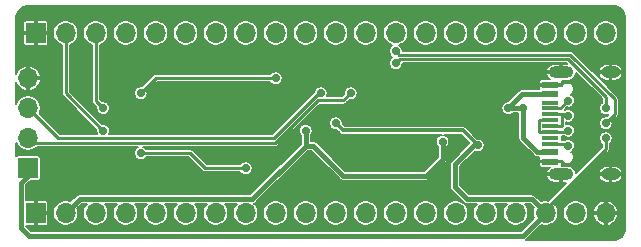
<source format=gbr>
%TF.GenerationSoftware,KiCad,Pcbnew,5.1.6+dfsg1-1*%
%TF.CreationDate,2020-08-25T14:06:05+08:00*%
%TF.ProjectId,gp,67702e6b-6963-4616-945f-706362585858,b*%
%TF.SameCoordinates,Original*%
%TF.FileFunction,Copper,L2,Bot*%
%TF.FilePolarity,Positive*%
%FSLAX46Y46*%
G04 Gerber Fmt 4.6, Leading zero omitted, Abs format (unit mm)*
G04 Created by KiCad (PCBNEW 5.1.6+dfsg1-1) date 2020-08-25 14:06:05*
%MOMM*%
%LPD*%
G01*
G04 APERTURE LIST*
%TA.AperFunction,SMDPad,CuDef*%
%ADD10R,1.450000X0.600000*%
%TD*%
%TA.AperFunction,SMDPad,CuDef*%
%ADD11R,1.450000X0.300000*%
%TD*%
%TA.AperFunction,ComponentPad*%
%ADD12O,2.100000X1.000000*%
%TD*%
%TA.AperFunction,ComponentPad*%
%ADD13O,1.600000X1.000000*%
%TD*%
%TA.AperFunction,ComponentPad*%
%ADD14O,1.700000X1.700000*%
%TD*%
%TA.AperFunction,ComponentPad*%
%ADD15R,1.700000X1.700000*%
%TD*%
%TA.AperFunction,ViaPad*%
%ADD16C,0.700000*%
%TD*%
%TA.AperFunction,Conductor*%
%ADD17C,0.381000*%
%TD*%
%TA.AperFunction,Conductor*%
%ADD18C,0.304800*%
%TD*%
%TA.AperFunction,Conductor*%
%ADD19C,0.228600*%
%TD*%
%TA.AperFunction,Conductor*%
%ADD20C,0.152400*%
%TD*%
G04 APERTURE END LIST*
D10*
%TO.P,J1,B1*%
%TO.N,GND*%
X197250000Y-104850000D03*
%TO.P,J1,A9*%
%TO.N,VBUS*%
X197250000Y-104050000D03*
%TO.P,J1,B9*%
X197250000Y-99150000D03*
%TO.P,J1,B12*%
%TO.N,GND*%
X197250000Y-98350000D03*
%TO.P,J1,A1*%
X197250000Y-98350000D03*
%TO.P,J1,A4*%
%TO.N,VBUS*%
X197250000Y-99150000D03*
%TO.P,J1,B4*%
X197250000Y-104050000D03*
%TO.P,J1,A12*%
%TO.N,GND*%
X197250000Y-104850000D03*
D11*
%TO.P,J1,B8*%
%TO.N,Net-(J1-PadB8)*%
X197250000Y-99850000D03*
%TO.P,J1,A5*%
%TO.N,Net-(J1-PadA5)*%
X197250000Y-100350000D03*
%TO.P,J1,B7*%
%TO.N,Net-(J1-PadA7)*%
X197250000Y-100850000D03*
%TO.P,J1,A7*%
X197250000Y-101850000D03*
%TO.P,J1,B6*%
%TO.N,Net-(J1-PadA6)*%
X197250000Y-102350000D03*
%TO.P,J1,A8*%
%TO.N,Net-(J1-PadA8)*%
X197250000Y-102850000D03*
%TO.P,J1,B5*%
%TO.N,Net-(J1-PadB5)*%
X197250000Y-103350000D03*
%TO.P,J1,A6*%
%TO.N,Net-(J1-PadA6)*%
X197250000Y-101350000D03*
D12*
%TO.P,J1,S1*%
%TO.N,GND*%
X198165000Y-105920000D03*
X198165000Y-97280000D03*
D13*
X202345000Y-97280000D03*
X202345000Y-105920000D03*
%TD*%
D14*
%TO.P,J4,4*%
%TO.N,GND*%
X153035000Y-97790000D03*
%TO.P,J4,3*%
%TO.N,SWCLK*%
X153035000Y-100330000D03*
%TO.P,J4,2*%
%TO.N,SWDIO*%
X153035000Y-102870000D03*
D15*
%TO.P,J4,1*%
%TO.N,+3V3*%
X153035000Y-105410000D03*
%TD*%
D14*
%TO.P,J3,20*%
%TO.N,B12*%
X201930000Y-93980000D03*
%TO.P,J3,19*%
%TO.N,B13*%
X199390000Y-93980000D03*
%TO.P,J3,18*%
%TO.N,B14*%
X196850000Y-93980000D03*
%TO.P,J3,17*%
%TO.N,B15*%
X194310000Y-93980000D03*
%TO.P,J3,16*%
%TO.N,A8*%
X191770000Y-93980000D03*
%TO.P,J3,15*%
%TO.N,A9*%
X189230000Y-93980000D03*
%TO.P,J3,14*%
%TO.N,A10*%
X186690000Y-93980000D03*
%TO.P,J3,13*%
%TO.N,A11*%
X184150000Y-93980000D03*
%TO.P,J3,12*%
%TO.N,A12*%
X181610000Y-93980000D03*
%TO.P,J3,11*%
%TO.N,A15*%
X179070000Y-93980000D03*
%TO.P,J3,10*%
%TO.N,B3*%
X176530000Y-93980000D03*
%TO.P,J3,9*%
%TO.N,B4*%
X173990000Y-93980000D03*
%TO.P,J3,8*%
%TO.N,B5*%
X171450000Y-93980000D03*
%TO.P,J3,7*%
%TO.N,B6*%
X168910000Y-93980000D03*
%TO.P,J3,6*%
%TO.N,B7*%
X166370000Y-93980000D03*
%TO.P,J3,5*%
%TO.N,B8*%
X163830000Y-93980000D03*
%TO.P,J3,4*%
%TO.N,B9*%
X161290000Y-93980000D03*
%TO.P,J3,3*%
%TO.N,BO0*%
X158750000Y-93980000D03*
%TO.P,J3,2*%
%TO.N,RST*%
X156210000Y-93980000D03*
D15*
%TO.P,J3,1*%
%TO.N,GND*%
X153670000Y-93980000D03*
%TD*%
D14*
%TO.P,J2,20*%
%TO.N,GND*%
X201930000Y-109220000D03*
%TO.P,J2,19*%
%TO.N,+5V*%
X199390000Y-109220000D03*
%TO.P,J2,18*%
%TO.N,+3V3*%
X196850000Y-109220000D03*
%TO.P,J2,17*%
%TO.N,B11*%
X194310000Y-109220000D03*
%TO.P,J2,16*%
%TO.N,B10*%
X191770000Y-109220000D03*
%TO.P,J2,15*%
%TO.N,B2*%
X189230000Y-109220000D03*
%TO.P,J2,14*%
%TO.N,B1*%
X186690000Y-109220000D03*
%TO.P,J2,13*%
%TO.N,B0*%
X184150000Y-109220000D03*
%TO.P,J2,12*%
%TO.N,A7*%
X181610000Y-109220000D03*
%TO.P,J2,11*%
%TO.N,A6*%
X179070000Y-109220000D03*
%TO.P,J2,10*%
%TO.N,A5*%
X176530000Y-109220000D03*
%TO.P,J2,9*%
%TO.N,A4*%
X173990000Y-109220000D03*
%TO.P,J2,8*%
%TO.N,A3*%
X171450000Y-109220000D03*
%TO.P,J2,7*%
%TO.N,A2*%
X168910000Y-109220000D03*
%TO.P,J2,6*%
%TO.N,A1*%
X166370000Y-109220000D03*
%TO.P,J2,5*%
%TO.N,A0*%
X163830000Y-109220000D03*
%TO.P,J2,4*%
%TO.N,C15*%
X161290000Y-109220000D03*
%TO.P,J2,3*%
%TO.N,C14*%
X158750000Y-109220000D03*
%TO.P,J2,2*%
%TO.N,C13*%
X156210000Y-109220000D03*
D15*
%TO.P,J2,1*%
%TO.N,GND*%
X153670000Y-109220000D03*
%TD*%
D16*
%TO.N,GND*%
X192405000Y-105410000D03*
X191135000Y-105410000D03*
X189865000Y-105410000D03*
X192405000Y-106680000D03*
X189865000Y-106680000D03*
X177800000Y-100330000D03*
X180340000Y-102870000D03*
X180340000Y-100330000D03*
X177800000Y-102870000D03*
X167640000Y-104140000D03*
X168910000Y-99060000D03*
X172720000Y-106045000D03*
X172720000Y-99060000D03*
X171450000Y-100965000D03*
X153416000Y-107188000D03*
%TO.N,VBUS*%
X193675000Y-100330000D03*
X194945000Y-100330000D03*
%TO.N,+3V3*%
X179070000Y-101600000D03*
X191112500Y-103482500D03*
X201930000Y-102870000D03*
%TO.N,C13*%
X176530000Y-102235000D03*
X188117290Y-103169935D03*
%TO.N,A12*%
X201930000Y-101600000D03*
X184150000Y-95504000D03*
%TO.N,A11*%
X201930000Y-100330000D03*
X184150000Y-96520000D03*
%TO.N,BO0*%
X173990000Y-97790000D03*
X162560000Y-99060000D03*
X159385000Y-100330000D03*
%TO.N,SWCLK*%
X177800000Y-99060000D03*
%TO.N,SWDIO*%
X180340000Y-99060000D03*
%TO.N,RST*%
X171450000Y-105410000D03*
X162560000Y-104140000D03*
X159385000Y-102235000D03*
%TO.N,Net-(J1-PadA5)*%
X198755000Y-99695000D03*
%TO.N,Net-(J1-PadB5)*%
X198755000Y-103505000D03*
%TO.N,Net-(J1-PadA7)*%
X198755000Y-100965000D03*
%TO.N,Net-(J1-PadA6)*%
X198755000Y-102235000D03*
%TD*%
D17*
%TO.N,VBUS*%
X194855000Y-99150000D02*
X193675000Y-100330000D01*
X197250000Y-99150000D02*
X194855000Y-99150000D01*
X194945000Y-102851000D02*
X194945000Y-100330000D01*
X196144000Y-104050000D02*
X194945000Y-102851000D01*
X197250000Y-104050000D02*
X196144000Y-104050000D01*
X194945000Y-100330000D02*
X193675000Y-100330000D01*
D18*
%TO.N,+3V3*%
X179685199Y-102215199D02*
X179070000Y-101600000D01*
X191112500Y-103482500D02*
X189845199Y-102215199D01*
X189845199Y-102215199D02*
X186670199Y-102215199D01*
X186670199Y-102215199D02*
X179685199Y-102215199D01*
D17*
X153035000Y-105410000D02*
X152477099Y-105967901D01*
X189172099Y-105077407D02*
X190767006Y-103482500D01*
X189172099Y-107012593D02*
X189172099Y-105077407D01*
X190186605Y-108027099D02*
X189172099Y-107012593D01*
X195657099Y-108027099D02*
X190186605Y-108027099D01*
X190767006Y-103482500D02*
X191112500Y-103482500D01*
X196850000Y-109220000D02*
X195657099Y-108027099D01*
X194900000Y-111170000D02*
X196850000Y-109220000D01*
X153080000Y-111170000D02*
X194900000Y-111170000D01*
X152400000Y-106680000D02*
X152400000Y-110490000D01*
X153035000Y-106045000D02*
X152400000Y-106680000D01*
X152400000Y-110490000D02*
X153080000Y-111170000D01*
X153035000Y-105410000D02*
X153035000Y-106045000D01*
D19*
X196850000Y-108869291D02*
X196850000Y-109220000D01*
X201930000Y-103789291D02*
X196850000Y-108869291D01*
X201930000Y-102870000D02*
X201930000Y-103789291D01*
D17*
%TO.N,C13*%
X176530000Y-102235000D02*
X176530000Y-103505000D01*
X157402901Y-108027099D02*
X156210000Y-109220000D01*
X172007901Y-108027099D02*
X157402901Y-108027099D01*
X176530000Y-103505000D02*
X172007901Y-108027099D01*
X176530000Y-103505000D02*
X177165000Y-103505000D01*
X177165000Y-103505000D02*
X179705000Y-106045000D01*
X188117290Y-104609932D02*
X188117290Y-103169935D01*
X186682222Y-106045000D02*
X188117290Y-104609932D01*
X179705000Y-106045000D02*
X186682222Y-106045000D01*
D19*
%TO.N,A12*%
X184434991Y-95788991D02*
X184150000Y-95504000D01*
X198912990Y-95788991D02*
X184434991Y-95788991D01*
X202692000Y-99568002D02*
X198912990Y-95788991D01*
X202692000Y-100838000D02*
X202692000Y-99568002D01*
X201930000Y-101600000D02*
X202692000Y-100838000D01*
%TO.N,A11*%
X201930000Y-100330000D02*
X201930000Y-99344830D01*
X201930000Y-99344830D02*
X198755171Y-96170001D01*
X198755171Y-96170001D02*
X184499999Y-96170001D01*
X184499999Y-96170001D02*
X184150000Y-96520000D01*
%TO.N,BO0*%
X163830000Y-97790000D02*
X162560000Y-99060000D01*
X173990000Y-97790000D02*
X163830000Y-97790000D01*
X158750000Y-99695000D02*
X159385000Y-100330000D01*
X158750000Y-93980000D02*
X158750000Y-99695000D01*
%TO.N,SWCLK*%
X177618452Y-99060000D02*
X177800000Y-99060000D01*
X173808452Y-102870000D02*
X177618452Y-99060000D01*
X155575000Y-102870000D02*
X173808452Y-102870000D01*
X153035000Y-100330000D02*
X155575000Y-102870000D01*
%TO.N,SWDIO*%
X180340000Y-99060000D02*
X179723298Y-99676702D01*
X179723298Y-99676702D02*
X177540580Y-99676702D01*
X177540580Y-99676702D02*
X173966273Y-103251009D01*
X173966273Y-103251009D02*
X153416009Y-103251009D01*
X153416009Y-103251009D02*
X153035000Y-102870000D01*
%TO.N,RST*%
X167997282Y-105410000D02*
X166727282Y-104140000D01*
X166727282Y-104140000D02*
X162560000Y-104140000D01*
X171450000Y-105410000D02*
X167997282Y-105410000D01*
X156210000Y-99060000D02*
X159385000Y-102235000D01*
X156210000Y-93980000D02*
X156210000Y-99060000D01*
%TO.N,Net-(J1-PadA5)*%
X198100000Y-100350000D02*
X198755000Y-99695000D01*
X197250000Y-100350000D02*
X198100000Y-100350000D01*
%TO.N,Net-(J1-PadB5)*%
X198600000Y-103350000D02*
X198755000Y-103505000D01*
X197250000Y-103350000D02*
X198600000Y-103350000D01*
%TO.N,Net-(J1-PadA7)*%
X198203600Y-100850000D02*
X197250000Y-100850000D01*
X198241701Y-100888101D02*
X198203600Y-100850000D01*
X198241701Y-101811899D02*
X198241701Y-100888101D01*
X198203600Y-101850000D02*
X198241701Y-101811899D01*
X197250000Y-101850000D02*
X198203600Y-101850000D01*
X198640000Y-100850000D02*
X198755000Y-100965000D01*
X198203600Y-100850000D02*
X198640000Y-100850000D01*
%TO.N,Net-(J1-PadA6)*%
X196296400Y-102350000D02*
X197250000Y-102350000D01*
X196258299Y-102311899D02*
X196296400Y-102350000D01*
X196258299Y-101388101D02*
X196258299Y-102311899D01*
X196296400Y-101350000D02*
X196258299Y-101388101D01*
X197250000Y-101350000D02*
X196296400Y-101350000D01*
X198640000Y-102350000D02*
X198755000Y-102235000D01*
X197250000Y-102350000D02*
X198640000Y-102350000D01*
%TD*%
D20*
%TO.N,GND*%
G36*
X202762186Y-91714151D02*
G01*
X202951854Y-91771415D01*
X203126795Y-91864433D01*
X203280334Y-91989656D01*
X203406626Y-92142317D01*
X203500861Y-92316602D01*
X203559449Y-92505866D01*
X203581400Y-92714721D01*
X203581401Y-110477583D01*
X203560849Y-110687186D01*
X203503584Y-110876856D01*
X203410566Y-111051797D01*
X203285344Y-111205334D01*
X203132683Y-111331626D01*
X202958398Y-111425861D01*
X202769134Y-111484449D01*
X202560279Y-111506400D01*
X195150725Y-111506400D01*
X195197782Y-111467782D01*
X195210907Y-111451789D01*
X196443575Y-110219122D01*
X196535384Y-110257150D01*
X196743767Y-110298600D01*
X196956233Y-110298600D01*
X197164616Y-110257150D01*
X197360909Y-110175843D01*
X197537567Y-110057803D01*
X197687803Y-109907567D01*
X197805843Y-109730909D01*
X197887150Y-109534616D01*
X197928600Y-109326233D01*
X197928600Y-109113767D01*
X198311400Y-109113767D01*
X198311400Y-109326233D01*
X198352850Y-109534616D01*
X198434157Y-109730909D01*
X198552197Y-109907567D01*
X198702433Y-110057803D01*
X198879091Y-110175843D01*
X199075384Y-110257150D01*
X199283767Y-110298600D01*
X199496233Y-110298600D01*
X199704616Y-110257150D01*
X199900909Y-110175843D01*
X200077567Y-110057803D01*
X200227803Y-109907567D01*
X200345843Y-109730909D01*
X200427150Y-109534616D01*
X200441281Y-109463571D01*
X200879258Y-109463571D01*
X200946966Y-109663880D01*
X201052451Y-109847131D01*
X201191660Y-110006282D01*
X201359243Y-110135217D01*
X201548760Y-110228981D01*
X201686430Y-110270739D01*
X201853800Y-110238604D01*
X201853800Y-109296200D01*
X202006200Y-109296200D01*
X202006200Y-110238604D01*
X202173570Y-110270739D01*
X202311240Y-110228981D01*
X202500757Y-110135217D01*
X202668340Y-110006282D01*
X202807549Y-109847131D01*
X202913034Y-109663880D01*
X202980742Y-109463571D01*
X202948759Y-109296200D01*
X202006200Y-109296200D01*
X201853800Y-109296200D01*
X200911241Y-109296200D01*
X200879258Y-109463571D01*
X200441281Y-109463571D01*
X200468600Y-109326233D01*
X200468600Y-109113767D01*
X200441282Y-108976429D01*
X200879258Y-108976429D01*
X200911241Y-109143800D01*
X201853800Y-109143800D01*
X201853800Y-108201396D01*
X202006200Y-108201396D01*
X202006200Y-109143800D01*
X202948759Y-109143800D01*
X202980742Y-108976429D01*
X202913034Y-108776120D01*
X202807549Y-108592869D01*
X202668340Y-108433718D01*
X202500757Y-108304783D01*
X202311240Y-108211019D01*
X202173570Y-108169261D01*
X202006200Y-108201396D01*
X201853800Y-108201396D01*
X201686430Y-108169261D01*
X201548760Y-108211019D01*
X201359243Y-108304783D01*
X201191660Y-108433718D01*
X201052451Y-108592869D01*
X200946966Y-108776120D01*
X200879258Y-108976429D01*
X200441282Y-108976429D01*
X200427150Y-108905384D01*
X200345843Y-108709091D01*
X200227803Y-108532433D01*
X200077567Y-108382197D01*
X199900909Y-108264157D01*
X199704616Y-108182850D01*
X199496233Y-108141400D01*
X199283767Y-108141400D01*
X199075384Y-108182850D01*
X198879091Y-108264157D01*
X198702433Y-108382197D01*
X198552197Y-108532433D01*
X198434157Y-108709091D01*
X198352850Y-108905384D01*
X198311400Y-109113767D01*
X197928600Y-109113767D01*
X197887150Y-108905384D01*
X197805843Y-108709091D01*
X197687803Y-108532433D01*
X197679797Y-108524427D01*
X200095609Y-106108615D01*
X201341237Y-106108615D01*
X201342700Y-106128423D01*
X201396856Y-106261430D01*
X201475920Y-106381316D01*
X201576853Y-106483474D01*
X201695777Y-106563978D01*
X201828121Y-106619734D01*
X201968800Y-106648600D01*
X202268800Y-106648600D01*
X202268800Y-105996200D01*
X202421200Y-105996200D01*
X202421200Y-106648600D01*
X202721200Y-106648600D01*
X202861879Y-106619734D01*
X202994223Y-106563978D01*
X203113147Y-106483474D01*
X203214080Y-106381316D01*
X203293144Y-106261430D01*
X203347300Y-106128423D01*
X203348763Y-106108615D01*
X203312112Y-105996200D01*
X202421200Y-105996200D01*
X202268800Y-105996200D01*
X201377888Y-105996200D01*
X201341237Y-106108615D01*
X200095609Y-106108615D01*
X200472839Y-105731385D01*
X201341237Y-105731385D01*
X201377888Y-105843800D01*
X202268800Y-105843800D01*
X202268800Y-105191400D01*
X202421200Y-105191400D01*
X202421200Y-105843800D01*
X203312112Y-105843800D01*
X203348763Y-105731385D01*
X203347300Y-105711577D01*
X203293144Y-105578570D01*
X203214080Y-105458684D01*
X203113147Y-105356526D01*
X202994223Y-105276022D01*
X202861879Y-105220266D01*
X202721200Y-105191400D01*
X202421200Y-105191400D01*
X202268800Y-105191400D01*
X201968800Y-105191400D01*
X201828121Y-105220266D01*
X201695777Y-105276022D01*
X201576853Y-105356526D01*
X201475920Y-105458684D01*
X201396856Y-105578570D01*
X201342700Y-105711577D01*
X201341237Y-105731385D01*
X200472839Y-105731385D01*
X202160557Y-104043668D01*
X202173640Y-104032931D01*
X202216490Y-103980718D01*
X202248331Y-103921148D01*
X202267938Y-103856511D01*
X202272900Y-103806134D01*
X202274559Y-103789291D01*
X202272900Y-103772448D01*
X202272900Y-103336758D01*
X202298836Y-103319428D01*
X202379428Y-103238836D01*
X202442749Y-103144070D01*
X202486365Y-103038772D01*
X202508600Y-102926987D01*
X202508600Y-102813013D01*
X202486365Y-102701228D01*
X202442749Y-102595930D01*
X202379428Y-102501164D01*
X202298836Y-102420572D01*
X202204070Y-102357251D01*
X202098772Y-102313635D01*
X201986987Y-102291400D01*
X201873013Y-102291400D01*
X201761228Y-102313635D01*
X201655930Y-102357251D01*
X201561164Y-102420572D01*
X201480572Y-102501164D01*
X201417251Y-102595930D01*
X201373635Y-102701228D01*
X201351400Y-102813013D01*
X201351400Y-102926987D01*
X201373635Y-103038772D01*
X201417251Y-103144070D01*
X201480572Y-103238836D01*
X201561164Y-103319428D01*
X201587101Y-103336758D01*
X201587101Y-103647256D01*
X199390559Y-105843798D01*
X199382113Y-105843798D01*
X199418763Y-105731385D01*
X199417300Y-105711577D01*
X199363144Y-105578570D01*
X199284080Y-105458684D01*
X199183147Y-105356526D01*
X199064223Y-105276022D01*
X198931879Y-105220266D01*
X198791200Y-105191400D01*
X198200628Y-105191400D01*
X198204706Y-105150000D01*
X198203600Y-104983350D01*
X198146450Y-104926200D01*
X197326200Y-104926200D01*
X197326200Y-104946200D01*
X197173800Y-104946200D01*
X197173800Y-104926200D01*
X196353550Y-104926200D01*
X196296400Y-104983350D01*
X196295294Y-105150000D01*
X196299708Y-105194813D01*
X196312779Y-105237905D01*
X196334006Y-105277618D01*
X196362573Y-105312427D01*
X196397382Y-105340994D01*
X196437095Y-105362221D01*
X196480187Y-105375292D01*
X196525000Y-105379706D01*
X197116650Y-105378600D01*
X197173798Y-105321452D01*
X197173798Y-105338286D01*
X197146853Y-105356526D01*
X197045920Y-105458684D01*
X196966856Y-105578570D01*
X196912700Y-105711577D01*
X196911237Y-105731385D01*
X196947888Y-105843800D01*
X198088800Y-105843800D01*
X198088800Y-105823800D01*
X198241200Y-105823800D01*
X198241200Y-105843800D01*
X198261200Y-105843800D01*
X198261200Y-105996200D01*
X198241200Y-105996200D01*
X198241200Y-106648600D01*
X198585758Y-106648600D01*
X197070274Y-108164084D01*
X196956233Y-108141400D01*
X196743767Y-108141400D01*
X196535384Y-108182850D01*
X196443575Y-108220878D01*
X195968006Y-107745310D01*
X195954881Y-107729317D01*
X195891065Y-107676945D01*
X195818257Y-107638028D01*
X195739257Y-107614064D01*
X195677679Y-107607999D01*
X195657099Y-107605972D01*
X195636519Y-107607999D01*
X190360202Y-107607999D01*
X189591199Y-106838997D01*
X189591199Y-106108615D01*
X196911237Y-106108615D01*
X196912700Y-106128423D01*
X196966856Y-106261430D01*
X197045920Y-106381316D01*
X197146853Y-106483474D01*
X197265777Y-106563978D01*
X197398121Y-106619734D01*
X197538800Y-106648600D01*
X198088800Y-106648600D01*
X198088800Y-105996200D01*
X196947888Y-105996200D01*
X196911237Y-106108615D01*
X189591199Y-106108615D01*
X189591199Y-105251003D01*
X190844457Y-103997746D01*
X190943728Y-104038865D01*
X191055513Y-104061100D01*
X191169487Y-104061100D01*
X191281272Y-104038865D01*
X191386570Y-103995249D01*
X191481336Y-103931928D01*
X191561928Y-103851336D01*
X191625249Y-103756570D01*
X191668865Y-103651272D01*
X191691100Y-103539487D01*
X191691100Y-103425513D01*
X191668865Y-103313728D01*
X191625249Y-103208430D01*
X191561928Y-103113664D01*
X191481336Y-103033072D01*
X191386570Y-102969751D01*
X191281272Y-102926135D01*
X191169487Y-102903900D01*
X191072715Y-102903900D01*
X190127845Y-101959031D01*
X190115910Y-101944488D01*
X190057895Y-101896877D01*
X189991707Y-101861498D01*
X189919888Y-101839712D01*
X189863912Y-101834199D01*
X189863909Y-101834199D01*
X189845199Y-101832356D01*
X189826489Y-101834199D01*
X179843014Y-101834199D01*
X179648600Y-101639785D01*
X179648600Y-101543013D01*
X179626365Y-101431228D01*
X179582749Y-101325930D01*
X179519428Y-101231164D01*
X179438836Y-101150572D01*
X179344070Y-101087251D01*
X179238772Y-101043635D01*
X179126987Y-101021400D01*
X179013013Y-101021400D01*
X178901228Y-101043635D01*
X178795930Y-101087251D01*
X178701164Y-101150572D01*
X178620572Y-101231164D01*
X178557251Y-101325930D01*
X178513635Y-101431228D01*
X178491400Y-101543013D01*
X178491400Y-101656987D01*
X178513635Y-101768772D01*
X178557251Y-101874070D01*
X178620572Y-101968836D01*
X178701164Y-102049428D01*
X178795930Y-102112749D01*
X178901228Y-102156365D01*
X179013013Y-102178600D01*
X179109785Y-102178600D01*
X179402558Y-102471373D01*
X179414488Y-102485910D01*
X179435709Y-102503325D01*
X179472502Y-102533521D01*
X179538691Y-102568900D01*
X179610510Y-102590686D01*
X179666486Y-102596199D01*
X179666489Y-102596199D01*
X179685199Y-102598042D01*
X179703909Y-102596199D01*
X188035850Y-102596199D01*
X187948518Y-102613570D01*
X187843220Y-102657186D01*
X187748454Y-102720507D01*
X187667862Y-102801099D01*
X187604541Y-102895865D01*
X187560925Y-103001163D01*
X187538690Y-103112948D01*
X187538690Y-103226922D01*
X187560925Y-103338707D01*
X187604541Y-103444005D01*
X187667862Y-103538771D01*
X187698191Y-103569100D01*
X187698190Y-104436336D01*
X186508626Y-105625900D01*
X179878597Y-105625900D01*
X177475907Y-103223211D01*
X177462782Y-103207218D01*
X177398966Y-103154846D01*
X177326158Y-103115929D01*
X177247158Y-103091965D01*
X177185580Y-103085900D01*
X177165000Y-103083873D01*
X177144420Y-103085900D01*
X176949100Y-103085900D01*
X176949100Y-102634164D01*
X176979428Y-102603836D01*
X177042749Y-102509070D01*
X177086365Y-102403772D01*
X177108600Y-102291987D01*
X177108600Y-102178013D01*
X177086365Y-102066228D01*
X177042749Y-101960930D01*
X176979428Y-101866164D01*
X176898836Y-101785572D01*
X176804070Y-101722251D01*
X176698772Y-101678635D01*
X176586987Y-101656400D01*
X176473013Y-101656400D01*
X176361228Y-101678635D01*
X176255930Y-101722251D01*
X176161164Y-101785572D01*
X176080572Y-101866164D01*
X176017251Y-101960930D01*
X175973635Y-102066228D01*
X175951400Y-102178013D01*
X175951400Y-102291987D01*
X175973635Y-102403772D01*
X176017251Y-102509070D01*
X176080572Y-102603836D01*
X176110900Y-102634164D01*
X176110901Y-103331402D01*
X171834305Y-107607999D01*
X157423481Y-107607999D01*
X157402901Y-107605972D01*
X157382321Y-107607999D01*
X157320743Y-107614064D01*
X157241743Y-107638028D01*
X157168935Y-107676945D01*
X157105119Y-107729317D01*
X157092001Y-107745302D01*
X156616425Y-108220878D01*
X156524616Y-108182850D01*
X156316233Y-108141400D01*
X156103767Y-108141400D01*
X155895384Y-108182850D01*
X155699091Y-108264157D01*
X155522433Y-108382197D01*
X155372197Y-108532433D01*
X155254157Y-108709091D01*
X155172850Y-108905384D01*
X155131400Y-109113767D01*
X155131400Y-109326233D01*
X155172850Y-109534616D01*
X155254157Y-109730909D01*
X155372197Y-109907567D01*
X155522433Y-110057803D01*
X155699091Y-110175843D01*
X155895384Y-110257150D01*
X156103767Y-110298600D01*
X156316233Y-110298600D01*
X156524616Y-110257150D01*
X156720909Y-110175843D01*
X156897567Y-110057803D01*
X157047803Y-109907567D01*
X157165843Y-109730909D01*
X157247150Y-109534616D01*
X157288600Y-109326233D01*
X157288600Y-109113767D01*
X157247150Y-108905384D01*
X157209122Y-108813575D01*
X157576498Y-108446199D01*
X157998431Y-108446199D01*
X157912197Y-108532433D01*
X157794157Y-108709091D01*
X157712850Y-108905384D01*
X157671400Y-109113767D01*
X157671400Y-109326233D01*
X157712850Y-109534616D01*
X157794157Y-109730909D01*
X157912197Y-109907567D01*
X158062433Y-110057803D01*
X158239091Y-110175843D01*
X158435384Y-110257150D01*
X158643767Y-110298600D01*
X158856233Y-110298600D01*
X159064616Y-110257150D01*
X159260909Y-110175843D01*
X159437567Y-110057803D01*
X159587803Y-109907567D01*
X159705843Y-109730909D01*
X159787150Y-109534616D01*
X159828600Y-109326233D01*
X159828600Y-109113767D01*
X159787150Y-108905384D01*
X159705843Y-108709091D01*
X159587803Y-108532433D01*
X159501569Y-108446199D01*
X160538431Y-108446199D01*
X160452197Y-108532433D01*
X160334157Y-108709091D01*
X160252850Y-108905384D01*
X160211400Y-109113767D01*
X160211400Y-109326233D01*
X160252850Y-109534616D01*
X160334157Y-109730909D01*
X160452197Y-109907567D01*
X160602433Y-110057803D01*
X160779091Y-110175843D01*
X160975384Y-110257150D01*
X161183767Y-110298600D01*
X161396233Y-110298600D01*
X161604616Y-110257150D01*
X161800909Y-110175843D01*
X161977567Y-110057803D01*
X162127803Y-109907567D01*
X162245843Y-109730909D01*
X162327150Y-109534616D01*
X162368600Y-109326233D01*
X162368600Y-109113767D01*
X162327150Y-108905384D01*
X162245843Y-108709091D01*
X162127803Y-108532433D01*
X162041569Y-108446199D01*
X163078431Y-108446199D01*
X162992197Y-108532433D01*
X162874157Y-108709091D01*
X162792850Y-108905384D01*
X162751400Y-109113767D01*
X162751400Y-109326233D01*
X162792850Y-109534616D01*
X162874157Y-109730909D01*
X162992197Y-109907567D01*
X163142433Y-110057803D01*
X163319091Y-110175843D01*
X163515384Y-110257150D01*
X163723767Y-110298600D01*
X163936233Y-110298600D01*
X164144616Y-110257150D01*
X164340909Y-110175843D01*
X164517567Y-110057803D01*
X164667803Y-109907567D01*
X164785843Y-109730909D01*
X164867150Y-109534616D01*
X164908600Y-109326233D01*
X164908600Y-109113767D01*
X164867150Y-108905384D01*
X164785843Y-108709091D01*
X164667803Y-108532433D01*
X164581569Y-108446199D01*
X165618431Y-108446199D01*
X165532197Y-108532433D01*
X165414157Y-108709091D01*
X165332850Y-108905384D01*
X165291400Y-109113767D01*
X165291400Y-109326233D01*
X165332850Y-109534616D01*
X165414157Y-109730909D01*
X165532197Y-109907567D01*
X165682433Y-110057803D01*
X165859091Y-110175843D01*
X166055384Y-110257150D01*
X166263767Y-110298600D01*
X166476233Y-110298600D01*
X166684616Y-110257150D01*
X166880909Y-110175843D01*
X167057567Y-110057803D01*
X167207803Y-109907567D01*
X167325843Y-109730909D01*
X167407150Y-109534616D01*
X167448600Y-109326233D01*
X167448600Y-109113767D01*
X167407150Y-108905384D01*
X167325843Y-108709091D01*
X167207803Y-108532433D01*
X167121569Y-108446199D01*
X168158431Y-108446199D01*
X168072197Y-108532433D01*
X167954157Y-108709091D01*
X167872850Y-108905384D01*
X167831400Y-109113767D01*
X167831400Y-109326233D01*
X167872850Y-109534616D01*
X167954157Y-109730909D01*
X168072197Y-109907567D01*
X168222433Y-110057803D01*
X168399091Y-110175843D01*
X168595384Y-110257150D01*
X168803767Y-110298600D01*
X169016233Y-110298600D01*
X169224616Y-110257150D01*
X169420909Y-110175843D01*
X169597567Y-110057803D01*
X169747803Y-109907567D01*
X169865843Y-109730909D01*
X169947150Y-109534616D01*
X169988600Y-109326233D01*
X169988600Y-109113767D01*
X169947150Y-108905384D01*
X169865843Y-108709091D01*
X169747803Y-108532433D01*
X169661569Y-108446199D01*
X170698431Y-108446199D01*
X170612197Y-108532433D01*
X170494157Y-108709091D01*
X170412850Y-108905384D01*
X170371400Y-109113767D01*
X170371400Y-109326233D01*
X170412850Y-109534616D01*
X170494157Y-109730909D01*
X170612197Y-109907567D01*
X170762433Y-110057803D01*
X170939091Y-110175843D01*
X171135384Y-110257150D01*
X171343767Y-110298600D01*
X171556233Y-110298600D01*
X171764616Y-110257150D01*
X171960909Y-110175843D01*
X172137567Y-110057803D01*
X172287803Y-109907567D01*
X172405843Y-109730909D01*
X172487150Y-109534616D01*
X172528600Y-109326233D01*
X172528600Y-109113767D01*
X172911400Y-109113767D01*
X172911400Y-109326233D01*
X172952850Y-109534616D01*
X173034157Y-109730909D01*
X173152197Y-109907567D01*
X173302433Y-110057803D01*
X173479091Y-110175843D01*
X173675384Y-110257150D01*
X173883767Y-110298600D01*
X174096233Y-110298600D01*
X174304616Y-110257150D01*
X174500909Y-110175843D01*
X174677567Y-110057803D01*
X174827803Y-109907567D01*
X174945843Y-109730909D01*
X175027150Y-109534616D01*
X175068600Y-109326233D01*
X175068600Y-109113767D01*
X175451400Y-109113767D01*
X175451400Y-109326233D01*
X175492850Y-109534616D01*
X175574157Y-109730909D01*
X175692197Y-109907567D01*
X175842433Y-110057803D01*
X176019091Y-110175843D01*
X176215384Y-110257150D01*
X176423767Y-110298600D01*
X176636233Y-110298600D01*
X176844616Y-110257150D01*
X177040909Y-110175843D01*
X177217567Y-110057803D01*
X177367803Y-109907567D01*
X177485843Y-109730909D01*
X177567150Y-109534616D01*
X177608600Y-109326233D01*
X177608600Y-109113767D01*
X177991400Y-109113767D01*
X177991400Y-109326233D01*
X178032850Y-109534616D01*
X178114157Y-109730909D01*
X178232197Y-109907567D01*
X178382433Y-110057803D01*
X178559091Y-110175843D01*
X178755384Y-110257150D01*
X178963767Y-110298600D01*
X179176233Y-110298600D01*
X179384616Y-110257150D01*
X179580909Y-110175843D01*
X179757567Y-110057803D01*
X179907803Y-109907567D01*
X180025843Y-109730909D01*
X180107150Y-109534616D01*
X180148600Y-109326233D01*
X180148600Y-109113767D01*
X180531400Y-109113767D01*
X180531400Y-109326233D01*
X180572850Y-109534616D01*
X180654157Y-109730909D01*
X180772197Y-109907567D01*
X180922433Y-110057803D01*
X181099091Y-110175843D01*
X181295384Y-110257150D01*
X181503767Y-110298600D01*
X181716233Y-110298600D01*
X181924616Y-110257150D01*
X182120909Y-110175843D01*
X182297567Y-110057803D01*
X182447803Y-109907567D01*
X182565843Y-109730909D01*
X182647150Y-109534616D01*
X182688600Y-109326233D01*
X182688600Y-109113767D01*
X183071400Y-109113767D01*
X183071400Y-109326233D01*
X183112850Y-109534616D01*
X183194157Y-109730909D01*
X183312197Y-109907567D01*
X183462433Y-110057803D01*
X183639091Y-110175843D01*
X183835384Y-110257150D01*
X184043767Y-110298600D01*
X184256233Y-110298600D01*
X184464616Y-110257150D01*
X184660909Y-110175843D01*
X184837567Y-110057803D01*
X184987803Y-109907567D01*
X185105843Y-109730909D01*
X185187150Y-109534616D01*
X185228600Y-109326233D01*
X185228600Y-109113767D01*
X185611400Y-109113767D01*
X185611400Y-109326233D01*
X185652850Y-109534616D01*
X185734157Y-109730909D01*
X185852197Y-109907567D01*
X186002433Y-110057803D01*
X186179091Y-110175843D01*
X186375384Y-110257150D01*
X186583767Y-110298600D01*
X186796233Y-110298600D01*
X187004616Y-110257150D01*
X187200909Y-110175843D01*
X187377567Y-110057803D01*
X187527803Y-109907567D01*
X187645843Y-109730909D01*
X187727150Y-109534616D01*
X187768600Y-109326233D01*
X187768600Y-109113767D01*
X188151400Y-109113767D01*
X188151400Y-109326233D01*
X188192850Y-109534616D01*
X188274157Y-109730909D01*
X188392197Y-109907567D01*
X188542433Y-110057803D01*
X188719091Y-110175843D01*
X188915384Y-110257150D01*
X189123767Y-110298600D01*
X189336233Y-110298600D01*
X189544616Y-110257150D01*
X189740909Y-110175843D01*
X189917567Y-110057803D01*
X190067803Y-109907567D01*
X190185843Y-109730909D01*
X190267150Y-109534616D01*
X190308600Y-109326233D01*
X190308600Y-109113767D01*
X190267150Y-108905384D01*
X190185843Y-108709091D01*
X190067803Y-108532433D01*
X189917567Y-108382197D01*
X189740909Y-108264157D01*
X189544616Y-108182850D01*
X189336233Y-108141400D01*
X189123767Y-108141400D01*
X188915384Y-108182850D01*
X188719091Y-108264157D01*
X188542433Y-108382197D01*
X188392197Y-108532433D01*
X188274157Y-108709091D01*
X188192850Y-108905384D01*
X188151400Y-109113767D01*
X187768600Y-109113767D01*
X187727150Y-108905384D01*
X187645843Y-108709091D01*
X187527803Y-108532433D01*
X187377567Y-108382197D01*
X187200909Y-108264157D01*
X187004616Y-108182850D01*
X186796233Y-108141400D01*
X186583767Y-108141400D01*
X186375384Y-108182850D01*
X186179091Y-108264157D01*
X186002433Y-108382197D01*
X185852197Y-108532433D01*
X185734157Y-108709091D01*
X185652850Y-108905384D01*
X185611400Y-109113767D01*
X185228600Y-109113767D01*
X185187150Y-108905384D01*
X185105843Y-108709091D01*
X184987803Y-108532433D01*
X184837567Y-108382197D01*
X184660909Y-108264157D01*
X184464616Y-108182850D01*
X184256233Y-108141400D01*
X184043767Y-108141400D01*
X183835384Y-108182850D01*
X183639091Y-108264157D01*
X183462433Y-108382197D01*
X183312197Y-108532433D01*
X183194157Y-108709091D01*
X183112850Y-108905384D01*
X183071400Y-109113767D01*
X182688600Y-109113767D01*
X182647150Y-108905384D01*
X182565843Y-108709091D01*
X182447803Y-108532433D01*
X182297567Y-108382197D01*
X182120909Y-108264157D01*
X181924616Y-108182850D01*
X181716233Y-108141400D01*
X181503767Y-108141400D01*
X181295384Y-108182850D01*
X181099091Y-108264157D01*
X180922433Y-108382197D01*
X180772197Y-108532433D01*
X180654157Y-108709091D01*
X180572850Y-108905384D01*
X180531400Y-109113767D01*
X180148600Y-109113767D01*
X180107150Y-108905384D01*
X180025843Y-108709091D01*
X179907803Y-108532433D01*
X179757567Y-108382197D01*
X179580909Y-108264157D01*
X179384616Y-108182850D01*
X179176233Y-108141400D01*
X178963767Y-108141400D01*
X178755384Y-108182850D01*
X178559091Y-108264157D01*
X178382433Y-108382197D01*
X178232197Y-108532433D01*
X178114157Y-108709091D01*
X178032850Y-108905384D01*
X177991400Y-109113767D01*
X177608600Y-109113767D01*
X177567150Y-108905384D01*
X177485843Y-108709091D01*
X177367803Y-108532433D01*
X177217567Y-108382197D01*
X177040909Y-108264157D01*
X176844616Y-108182850D01*
X176636233Y-108141400D01*
X176423767Y-108141400D01*
X176215384Y-108182850D01*
X176019091Y-108264157D01*
X175842433Y-108382197D01*
X175692197Y-108532433D01*
X175574157Y-108709091D01*
X175492850Y-108905384D01*
X175451400Y-109113767D01*
X175068600Y-109113767D01*
X175027150Y-108905384D01*
X174945843Y-108709091D01*
X174827803Y-108532433D01*
X174677567Y-108382197D01*
X174500909Y-108264157D01*
X174304616Y-108182850D01*
X174096233Y-108141400D01*
X173883767Y-108141400D01*
X173675384Y-108182850D01*
X173479091Y-108264157D01*
X173302433Y-108382197D01*
X173152197Y-108532433D01*
X173034157Y-108709091D01*
X172952850Y-108905384D01*
X172911400Y-109113767D01*
X172528600Y-109113767D01*
X172487150Y-108905384D01*
X172405843Y-108709091D01*
X172287803Y-108532433D01*
X172170676Y-108415306D01*
X172241867Y-108377253D01*
X172305683Y-108324881D01*
X172318808Y-108308888D01*
X176703597Y-103924100D01*
X176991404Y-103924100D01*
X179394097Y-106326794D01*
X179407218Y-106342782D01*
X179471034Y-106395154D01*
X179543842Y-106434071D01*
X179622842Y-106458035D01*
X179684420Y-106464100D01*
X179684422Y-106464100D01*
X179704999Y-106466127D01*
X179725577Y-106464100D01*
X186661642Y-106464100D01*
X186682222Y-106466127D01*
X186702802Y-106464100D01*
X186764380Y-106458035D01*
X186843380Y-106434071D01*
X186916188Y-106395154D01*
X186980004Y-106342782D01*
X186993129Y-106326789D01*
X188399080Y-104920838D01*
X188415072Y-104907714D01*
X188467444Y-104843898D01*
X188506361Y-104771090D01*
X188530325Y-104692090D01*
X188536390Y-104630512D01*
X188536390Y-104630511D01*
X188538417Y-104609932D01*
X188536390Y-104589352D01*
X188536390Y-103569099D01*
X188566718Y-103538771D01*
X188630039Y-103444005D01*
X188673655Y-103338707D01*
X188695890Y-103226922D01*
X188695890Y-103112948D01*
X188673655Y-103001163D01*
X188630039Y-102895865D01*
X188566718Y-102801099D01*
X188486126Y-102720507D01*
X188391360Y-102657186D01*
X188286062Y-102613570D01*
X188198730Y-102596199D01*
X189687385Y-102596199D01*
X190373997Y-103282812D01*
X188890305Y-104766505D01*
X188874318Y-104779625D01*
X188861199Y-104795611D01*
X188821945Y-104843442D01*
X188783029Y-104916249D01*
X188759064Y-104995250D01*
X188750972Y-105077407D01*
X188753000Y-105097997D01*
X188752999Y-106992013D01*
X188750972Y-107012593D01*
X188752999Y-107033172D01*
X188759064Y-107094750D01*
X188783028Y-107173750D01*
X188821945Y-107246558D01*
X188874317Y-107310375D01*
X188890310Y-107323500D01*
X189875702Y-108308893D01*
X189888823Y-108324881D01*
X189952639Y-108377253D01*
X190025447Y-108416170D01*
X190104447Y-108440134D01*
X190186604Y-108448226D01*
X190207184Y-108446199D01*
X191018431Y-108446199D01*
X190932197Y-108532433D01*
X190814157Y-108709091D01*
X190732850Y-108905384D01*
X190691400Y-109113767D01*
X190691400Y-109326233D01*
X190732850Y-109534616D01*
X190814157Y-109730909D01*
X190932197Y-109907567D01*
X191082433Y-110057803D01*
X191259091Y-110175843D01*
X191455384Y-110257150D01*
X191663767Y-110298600D01*
X191876233Y-110298600D01*
X192084616Y-110257150D01*
X192280909Y-110175843D01*
X192457567Y-110057803D01*
X192607803Y-109907567D01*
X192725843Y-109730909D01*
X192807150Y-109534616D01*
X192848600Y-109326233D01*
X192848600Y-109113767D01*
X192807150Y-108905384D01*
X192725843Y-108709091D01*
X192607803Y-108532433D01*
X192521569Y-108446199D01*
X193558431Y-108446199D01*
X193472197Y-108532433D01*
X193354157Y-108709091D01*
X193272850Y-108905384D01*
X193231400Y-109113767D01*
X193231400Y-109326233D01*
X193272850Y-109534616D01*
X193354157Y-109730909D01*
X193472197Y-109907567D01*
X193622433Y-110057803D01*
X193799091Y-110175843D01*
X193995384Y-110257150D01*
X194203767Y-110298600D01*
X194416233Y-110298600D01*
X194624616Y-110257150D01*
X194820909Y-110175843D01*
X194997567Y-110057803D01*
X195147803Y-109907567D01*
X195265843Y-109730909D01*
X195347150Y-109534616D01*
X195388600Y-109326233D01*
X195388600Y-109113767D01*
X195347150Y-108905384D01*
X195265843Y-108709091D01*
X195147803Y-108532433D01*
X195061569Y-108446199D01*
X195483503Y-108446199D01*
X195850878Y-108813575D01*
X195812850Y-108905384D01*
X195771400Y-109113767D01*
X195771400Y-109326233D01*
X195812850Y-109534616D01*
X195850878Y-109626425D01*
X194726404Y-110750900D01*
X153253597Y-110750900D01*
X152819100Y-110316404D01*
X152819100Y-110299617D01*
X152820000Y-110299706D01*
X153536650Y-110298600D01*
X153593800Y-110241450D01*
X153593800Y-109296200D01*
X153746200Y-109296200D01*
X153746200Y-110241450D01*
X153803350Y-110298600D01*
X154520000Y-110299706D01*
X154564813Y-110295292D01*
X154607905Y-110282221D01*
X154647618Y-110260994D01*
X154682427Y-110232427D01*
X154710994Y-110197618D01*
X154732221Y-110157905D01*
X154745292Y-110114813D01*
X154749706Y-110070000D01*
X154748600Y-109353350D01*
X154691450Y-109296200D01*
X153746200Y-109296200D01*
X153593800Y-109296200D01*
X153573800Y-109296200D01*
X153573800Y-109143800D01*
X153593800Y-109143800D01*
X153593800Y-108198550D01*
X153746200Y-108198550D01*
X153746200Y-109143800D01*
X154691450Y-109143800D01*
X154748600Y-109086650D01*
X154749706Y-108370000D01*
X154745292Y-108325187D01*
X154732221Y-108282095D01*
X154710994Y-108242382D01*
X154682427Y-108207573D01*
X154647618Y-108179006D01*
X154607905Y-108157779D01*
X154564813Y-108144708D01*
X154520000Y-108140294D01*
X153803350Y-108141400D01*
X153746200Y-108198550D01*
X153593800Y-108198550D01*
X153536650Y-108141400D01*
X152820000Y-108140294D01*
X152819100Y-108140383D01*
X152819100Y-106853596D01*
X153182990Y-106489706D01*
X153885000Y-106489706D01*
X153929813Y-106485292D01*
X153972905Y-106472221D01*
X154012618Y-106450994D01*
X154047427Y-106422427D01*
X154075994Y-106387618D01*
X154097221Y-106347905D01*
X154110292Y-106304813D01*
X154114706Y-106260000D01*
X154114706Y-104560000D01*
X154110292Y-104515187D01*
X154097221Y-104472095D01*
X154075994Y-104432382D01*
X154047427Y-104397573D01*
X154012618Y-104369006D01*
X153972905Y-104347779D01*
X153929813Y-104334708D01*
X153885000Y-104330294D01*
X152185000Y-104330294D01*
X152140187Y-104334708D01*
X152097095Y-104347779D01*
X152057382Y-104369006D01*
X152022573Y-104397573D01*
X152018600Y-104402414D01*
X152018600Y-103234711D01*
X152079157Y-103380909D01*
X152197197Y-103557567D01*
X152347433Y-103707803D01*
X152524091Y-103825843D01*
X152720384Y-103907150D01*
X152928767Y-103948600D01*
X153141233Y-103948600D01*
X153349616Y-103907150D01*
X153545909Y-103825843D01*
X153722567Y-103707803D01*
X153836461Y-103593909D01*
X162366424Y-103593909D01*
X162285930Y-103627251D01*
X162191164Y-103690572D01*
X162110572Y-103771164D01*
X162047251Y-103865930D01*
X162003635Y-103971228D01*
X161981400Y-104083013D01*
X161981400Y-104196987D01*
X162003635Y-104308772D01*
X162047251Y-104414070D01*
X162110572Y-104508836D01*
X162191164Y-104589428D01*
X162285930Y-104652749D01*
X162391228Y-104696365D01*
X162503013Y-104718600D01*
X162616987Y-104718600D01*
X162728772Y-104696365D01*
X162834070Y-104652749D01*
X162928836Y-104589428D01*
X163009428Y-104508836D01*
X163026758Y-104482900D01*
X166585249Y-104482900D01*
X167742905Y-105640557D01*
X167753642Y-105653640D01*
X167805855Y-105696490D01*
X167865425Y-105728331D01*
X167930062Y-105747938D01*
X167980439Y-105752900D01*
X167980446Y-105752900D01*
X167997281Y-105754558D01*
X168014116Y-105752900D01*
X170983242Y-105752900D01*
X171000572Y-105778836D01*
X171081164Y-105859428D01*
X171175930Y-105922749D01*
X171281228Y-105966365D01*
X171393013Y-105988600D01*
X171506987Y-105988600D01*
X171618772Y-105966365D01*
X171724070Y-105922749D01*
X171818836Y-105859428D01*
X171899428Y-105778836D01*
X171962749Y-105684070D01*
X172006365Y-105578772D01*
X172028600Y-105466987D01*
X172028600Y-105353013D01*
X172006365Y-105241228D01*
X171962749Y-105135930D01*
X171899428Y-105041164D01*
X171818836Y-104960572D01*
X171724070Y-104897251D01*
X171618772Y-104853635D01*
X171506987Y-104831400D01*
X171393013Y-104831400D01*
X171281228Y-104853635D01*
X171175930Y-104897251D01*
X171081164Y-104960572D01*
X171000572Y-105041164D01*
X170983242Y-105067100D01*
X168139316Y-105067100D01*
X166981663Y-103909448D01*
X166970922Y-103896360D01*
X166918709Y-103853510D01*
X166859139Y-103821669D01*
X166794502Y-103802062D01*
X166744125Y-103797100D01*
X166744117Y-103797100D01*
X166727282Y-103795442D01*
X166710447Y-103797100D01*
X163026758Y-103797100D01*
X163009428Y-103771164D01*
X162928836Y-103690572D01*
X162834070Y-103627251D01*
X162753576Y-103593909D01*
X173949438Y-103593909D01*
X173966273Y-103595567D01*
X173983108Y-103593909D01*
X173983116Y-103593909D01*
X174033493Y-103588947D01*
X174098130Y-103569340D01*
X174157700Y-103537499D01*
X174209913Y-103494649D01*
X174220654Y-103481561D01*
X177429202Y-100273013D01*
X193096400Y-100273013D01*
X193096400Y-100386987D01*
X193118635Y-100498772D01*
X193162251Y-100604070D01*
X193225572Y-100698836D01*
X193306164Y-100779428D01*
X193400930Y-100842749D01*
X193506228Y-100886365D01*
X193618013Y-100908600D01*
X193731987Y-100908600D01*
X193843772Y-100886365D01*
X193949070Y-100842749D01*
X194043836Y-100779428D01*
X194074164Y-100749100D01*
X194525901Y-100749100D01*
X194525900Y-102830420D01*
X194523873Y-102851000D01*
X194528292Y-102895865D01*
X194531965Y-102933157D01*
X194555929Y-103012157D01*
X194594846Y-103084965D01*
X194647218Y-103148782D01*
X194663211Y-103161907D01*
X195833097Y-104331794D01*
X195846218Y-104347782D01*
X195910034Y-104400154D01*
X195982842Y-104439071D01*
X196046335Y-104458331D01*
X196061842Y-104463035D01*
X196143999Y-104471127D01*
X196164579Y-104469100D01*
X196310654Y-104469100D01*
X196299708Y-104505187D01*
X196295294Y-104550000D01*
X196296400Y-104716650D01*
X196353550Y-104773800D01*
X197173800Y-104773800D01*
X197173800Y-104753800D01*
X197326200Y-104753800D01*
X197326200Y-104773800D01*
X198146450Y-104773800D01*
X198193749Y-104726501D01*
X198204406Y-104752228D01*
X198264991Y-104842900D01*
X198342100Y-104920009D01*
X198432772Y-104980594D01*
X198533521Y-105022326D01*
X198640475Y-105043600D01*
X198749525Y-105043600D01*
X198856479Y-105022326D01*
X198957228Y-104980594D01*
X199047900Y-104920009D01*
X199125009Y-104842900D01*
X199185594Y-104752228D01*
X199227326Y-104651479D01*
X199248600Y-104544525D01*
X199248600Y-104435475D01*
X199227326Y-104328521D01*
X199185594Y-104227772D01*
X199125009Y-104137100D01*
X199047900Y-104059991D01*
X199001668Y-104029100D01*
X199029070Y-104017749D01*
X199123836Y-103954428D01*
X199204428Y-103873836D01*
X199267749Y-103779070D01*
X199311365Y-103673772D01*
X199333600Y-103561987D01*
X199333600Y-103448013D01*
X199311365Y-103336228D01*
X199267749Y-103230930D01*
X199204428Y-103136164D01*
X199123836Y-103055572D01*
X199029070Y-102992251D01*
X198923772Y-102948635D01*
X198811987Y-102926400D01*
X198698013Y-102926400D01*
X198586228Y-102948635D01*
X198480930Y-102992251D01*
X198458707Y-103007100D01*
X198204007Y-103007100D01*
X198204706Y-103000000D01*
X198204706Y-102700000D01*
X198204007Y-102692900D01*
X198398843Y-102692900D01*
X198480930Y-102747749D01*
X198586228Y-102791365D01*
X198698013Y-102813600D01*
X198811987Y-102813600D01*
X198923772Y-102791365D01*
X199029070Y-102747749D01*
X199123836Y-102684428D01*
X199204428Y-102603836D01*
X199267749Y-102509070D01*
X199311365Y-102403772D01*
X199333600Y-102291987D01*
X199333600Y-102178013D01*
X199311365Y-102066228D01*
X199267749Y-101960930D01*
X199204428Y-101866164D01*
X199123836Y-101785572D01*
X199029070Y-101722251D01*
X198923772Y-101678635D01*
X198811987Y-101656400D01*
X198698013Y-101656400D01*
X198586228Y-101678635D01*
X198584601Y-101679309D01*
X198584601Y-101520691D01*
X198586228Y-101521365D01*
X198698013Y-101543600D01*
X198811987Y-101543600D01*
X198923772Y-101521365D01*
X199029070Y-101477749D01*
X199123836Y-101414428D01*
X199204428Y-101333836D01*
X199267749Y-101239070D01*
X199311365Y-101133772D01*
X199333600Y-101021987D01*
X199333600Y-100908013D01*
X199311365Y-100796228D01*
X199267749Y-100690930D01*
X199204428Y-100596164D01*
X199123836Y-100515572D01*
X199029070Y-100452251D01*
X198923772Y-100408635D01*
X198811987Y-100386400D01*
X198698013Y-100386400D01*
X198586228Y-100408635D01*
X198483921Y-100451012D01*
X198667419Y-100267515D01*
X198698013Y-100273600D01*
X198811987Y-100273600D01*
X198923772Y-100251365D01*
X199029070Y-100207749D01*
X199123836Y-100144428D01*
X199204428Y-100063836D01*
X199267749Y-99969070D01*
X199311365Y-99863772D01*
X199333600Y-99751987D01*
X199333600Y-99638013D01*
X199311365Y-99526228D01*
X199267749Y-99420930D01*
X199204428Y-99326164D01*
X199123836Y-99245572D01*
X199029070Y-99182251D01*
X199001668Y-99170900D01*
X199047900Y-99140009D01*
X199125009Y-99062900D01*
X199185594Y-98972228D01*
X199227326Y-98871479D01*
X199248600Y-98764525D01*
X199248600Y-98655475D01*
X199227326Y-98548521D01*
X199185594Y-98447772D01*
X199125009Y-98357100D01*
X199047900Y-98279991D01*
X198957228Y-98219406D01*
X198856479Y-98177674D01*
X198749525Y-98156400D01*
X198640475Y-98156400D01*
X198533521Y-98177674D01*
X198432772Y-98219406D01*
X198342100Y-98279991D01*
X198264991Y-98357100D01*
X198204406Y-98447772D01*
X198193749Y-98473499D01*
X198146450Y-98426200D01*
X197326200Y-98426200D01*
X197326200Y-98446200D01*
X197173800Y-98446200D01*
X197173800Y-98426200D01*
X196353550Y-98426200D01*
X196296400Y-98483350D01*
X196295294Y-98650000D01*
X196299708Y-98694813D01*
X196310654Y-98730900D01*
X194875579Y-98730900D01*
X194854999Y-98728873D01*
X194772842Y-98736965D01*
X194693842Y-98760929D01*
X194621034Y-98799846D01*
X194557218Y-98852218D01*
X194544097Y-98868206D01*
X193660904Y-99751400D01*
X193618013Y-99751400D01*
X193506228Y-99773635D01*
X193400930Y-99817251D01*
X193306164Y-99880572D01*
X193225572Y-99961164D01*
X193162251Y-100055930D01*
X193118635Y-100161228D01*
X193096400Y-100273013D01*
X177429202Y-100273013D01*
X177682614Y-100019602D01*
X179706463Y-100019602D01*
X179723298Y-100021260D01*
X179740133Y-100019602D01*
X179740141Y-100019602D01*
X179790518Y-100014640D01*
X179855155Y-99995033D01*
X179914725Y-99963192D01*
X179966938Y-99920342D01*
X179977679Y-99907254D01*
X180252419Y-99632515D01*
X180283013Y-99638600D01*
X180396987Y-99638600D01*
X180508772Y-99616365D01*
X180614070Y-99572749D01*
X180708836Y-99509428D01*
X180789428Y-99428836D01*
X180852749Y-99334070D01*
X180896365Y-99228772D01*
X180918600Y-99116987D01*
X180918600Y-99003013D01*
X180896365Y-98891228D01*
X180852749Y-98785930D01*
X180789428Y-98691164D01*
X180708836Y-98610572D01*
X180614070Y-98547251D01*
X180508772Y-98503635D01*
X180396987Y-98481400D01*
X180283013Y-98481400D01*
X180171228Y-98503635D01*
X180065930Y-98547251D01*
X179971164Y-98610572D01*
X179890572Y-98691164D01*
X179827251Y-98785930D01*
X179783635Y-98891228D01*
X179761400Y-99003013D01*
X179761400Y-99116987D01*
X179767485Y-99147581D01*
X179581265Y-99333802D01*
X178312860Y-99333802D01*
X178356365Y-99228772D01*
X178378600Y-99116987D01*
X178378600Y-99003013D01*
X178356365Y-98891228D01*
X178312749Y-98785930D01*
X178249428Y-98691164D01*
X178168836Y-98610572D01*
X178074070Y-98547251D01*
X177968772Y-98503635D01*
X177856987Y-98481400D01*
X177743013Y-98481400D01*
X177631228Y-98503635D01*
X177525930Y-98547251D01*
X177431164Y-98610572D01*
X177350572Y-98691164D01*
X177287251Y-98785930D01*
X177243635Y-98891228D01*
X177229071Y-98964448D01*
X173666419Y-102527100D01*
X159885702Y-102527100D01*
X159897749Y-102509070D01*
X159941365Y-102403772D01*
X159963600Y-102291987D01*
X159963600Y-102178013D01*
X159941365Y-102066228D01*
X159897749Y-101960930D01*
X159834428Y-101866164D01*
X159753836Y-101785572D01*
X159659070Y-101722251D01*
X159553772Y-101678635D01*
X159441987Y-101656400D01*
X159328013Y-101656400D01*
X159297419Y-101662485D01*
X156552900Y-98917967D01*
X156552900Y-95005434D01*
X156720909Y-94935843D01*
X156897567Y-94817803D01*
X157047803Y-94667567D01*
X157165843Y-94490909D01*
X157247150Y-94294616D01*
X157288600Y-94086233D01*
X157288600Y-93873767D01*
X157671400Y-93873767D01*
X157671400Y-94086233D01*
X157712850Y-94294616D01*
X157794157Y-94490909D01*
X157912197Y-94667567D01*
X158062433Y-94817803D01*
X158239091Y-94935843D01*
X158407100Y-95005434D01*
X158407101Y-99678155D01*
X158405442Y-99695000D01*
X158412062Y-99762219D01*
X158426119Y-99808559D01*
X158431670Y-99826857D01*
X158463511Y-99886427D01*
X158506361Y-99938640D01*
X158519444Y-99949377D01*
X158812486Y-100242419D01*
X158806400Y-100273013D01*
X158806400Y-100386987D01*
X158828635Y-100498772D01*
X158872251Y-100604070D01*
X158935572Y-100698836D01*
X159016164Y-100779428D01*
X159110930Y-100842749D01*
X159216228Y-100886365D01*
X159328013Y-100908600D01*
X159441987Y-100908600D01*
X159553772Y-100886365D01*
X159659070Y-100842749D01*
X159753836Y-100779428D01*
X159834428Y-100698836D01*
X159897749Y-100604070D01*
X159941365Y-100498772D01*
X159963600Y-100386987D01*
X159963600Y-100273013D01*
X159941365Y-100161228D01*
X159897749Y-100055930D01*
X159834428Y-99961164D01*
X159753836Y-99880572D01*
X159659070Y-99817251D01*
X159553772Y-99773635D01*
X159441987Y-99751400D01*
X159328013Y-99751400D01*
X159297419Y-99757486D01*
X159092900Y-99552967D01*
X159092900Y-99003013D01*
X161981400Y-99003013D01*
X161981400Y-99116987D01*
X162003635Y-99228772D01*
X162047251Y-99334070D01*
X162110572Y-99428836D01*
X162191164Y-99509428D01*
X162285930Y-99572749D01*
X162391228Y-99616365D01*
X162503013Y-99638600D01*
X162616987Y-99638600D01*
X162728772Y-99616365D01*
X162834070Y-99572749D01*
X162928836Y-99509428D01*
X163009428Y-99428836D01*
X163072749Y-99334070D01*
X163116365Y-99228772D01*
X163138600Y-99116987D01*
X163138600Y-99003013D01*
X163132515Y-98972419D01*
X163972034Y-98132900D01*
X173523242Y-98132900D01*
X173540572Y-98158836D01*
X173621164Y-98239428D01*
X173715930Y-98302749D01*
X173821228Y-98346365D01*
X173933013Y-98368600D01*
X174046987Y-98368600D01*
X174158772Y-98346365D01*
X174264070Y-98302749D01*
X174358836Y-98239428D01*
X174439428Y-98158836D01*
X174502749Y-98064070D01*
X174546365Y-97958772D01*
X174568600Y-97846987D01*
X174568600Y-97733013D01*
X174546365Y-97621228D01*
X174502749Y-97515930D01*
X174439428Y-97421164D01*
X174358836Y-97340572D01*
X174264070Y-97277251D01*
X174158772Y-97233635D01*
X174046987Y-97211400D01*
X173933013Y-97211400D01*
X173821228Y-97233635D01*
X173715930Y-97277251D01*
X173621164Y-97340572D01*
X173540572Y-97421164D01*
X173523242Y-97447100D01*
X163846834Y-97447100D01*
X163829999Y-97445442D01*
X163813164Y-97447100D01*
X163813157Y-97447100D01*
X163762780Y-97452062D01*
X163698143Y-97471669D01*
X163638573Y-97503510D01*
X163586360Y-97546360D01*
X163575623Y-97559443D01*
X162647581Y-98487485D01*
X162616987Y-98481400D01*
X162503013Y-98481400D01*
X162391228Y-98503635D01*
X162285930Y-98547251D01*
X162191164Y-98610572D01*
X162110572Y-98691164D01*
X162047251Y-98785930D01*
X162003635Y-98891228D01*
X161981400Y-99003013D01*
X159092900Y-99003013D01*
X159092900Y-95005434D01*
X159260909Y-94935843D01*
X159437567Y-94817803D01*
X159587803Y-94667567D01*
X159705843Y-94490909D01*
X159787150Y-94294616D01*
X159828600Y-94086233D01*
X159828600Y-93873767D01*
X160211400Y-93873767D01*
X160211400Y-94086233D01*
X160252850Y-94294616D01*
X160334157Y-94490909D01*
X160452197Y-94667567D01*
X160602433Y-94817803D01*
X160779091Y-94935843D01*
X160975384Y-95017150D01*
X161183767Y-95058600D01*
X161396233Y-95058600D01*
X161604616Y-95017150D01*
X161800909Y-94935843D01*
X161977567Y-94817803D01*
X162127803Y-94667567D01*
X162245843Y-94490909D01*
X162327150Y-94294616D01*
X162368600Y-94086233D01*
X162368600Y-93873767D01*
X162751400Y-93873767D01*
X162751400Y-94086233D01*
X162792850Y-94294616D01*
X162874157Y-94490909D01*
X162992197Y-94667567D01*
X163142433Y-94817803D01*
X163319091Y-94935843D01*
X163515384Y-95017150D01*
X163723767Y-95058600D01*
X163936233Y-95058600D01*
X164144616Y-95017150D01*
X164340909Y-94935843D01*
X164517567Y-94817803D01*
X164667803Y-94667567D01*
X164785843Y-94490909D01*
X164867150Y-94294616D01*
X164908600Y-94086233D01*
X164908600Y-93873767D01*
X165291400Y-93873767D01*
X165291400Y-94086233D01*
X165332850Y-94294616D01*
X165414157Y-94490909D01*
X165532197Y-94667567D01*
X165682433Y-94817803D01*
X165859091Y-94935843D01*
X166055384Y-95017150D01*
X166263767Y-95058600D01*
X166476233Y-95058600D01*
X166684616Y-95017150D01*
X166880909Y-94935843D01*
X167057567Y-94817803D01*
X167207803Y-94667567D01*
X167325843Y-94490909D01*
X167407150Y-94294616D01*
X167448600Y-94086233D01*
X167448600Y-93873767D01*
X167831400Y-93873767D01*
X167831400Y-94086233D01*
X167872850Y-94294616D01*
X167954157Y-94490909D01*
X168072197Y-94667567D01*
X168222433Y-94817803D01*
X168399091Y-94935843D01*
X168595384Y-95017150D01*
X168803767Y-95058600D01*
X169016233Y-95058600D01*
X169224616Y-95017150D01*
X169420909Y-94935843D01*
X169597567Y-94817803D01*
X169747803Y-94667567D01*
X169865843Y-94490909D01*
X169947150Y-94294616D01*
X169988600Y-94086233D01*
X169988600Y-93873767D01*
X170371400Y-93873767D01*
X170371400Y-94086233D01*
X170412850Y-94294616D01*
X170494157Y-94490909D01*
X170612197Y-94667567D01*
X170762433Y-94817803D01*
X170939091Y-94935843D01*
X171135384Y-95017150D01*
X171343767Y-95058600D01*
X171556233Y-95058600D01*
X171764616Y-95017150D01*
X171960909Y-94935843D01*
X172137567Y-94817803D01*
X172287803Y-94667567D01*
X172405843Y-94490909D01*
X172487150Y-94294616D01*
X172528600Y-94086233D01*
X172528600Y-93873767D01*
X172911400Y-93873767D01*
X172911400Y-94086233D01*
X172952850Y-94294616D01*
X173034157Y-94490909D01*
X173152197Y-94667567D01*
X173302433Y-94817803D01*
X173479091Y-94935843D01*
X173675384Y-95017150D01*
X173883767Y-95058600D01*
X174096233Y-95058600D01*
X174304616Y-95017150D01*
X174500909Y-94935843D01*
X174677567Y-94817803D01*
X174827803Y-94667567D01*
X174945843Y-94490909D01*
X175027150Y-94294616D01*
X175068600Y-94086233D01*
X175068600Y-93873767D01*
X175451400Y-93873767D01*
X175451400Y-94086233D01*
X175492850Y-94294616D01*
X175574157Y-94490909D01*
X175692197Y-94667567D01*
X175842433Y-94817803D01*
X176019091Y-94935843D01*
X176215384Y-95017150D01*
X176423767Y-95058600D01*
X176636233Y-95058600D01*
X176844616Y-95017150D01*
X177040909Y-94935843D01*
X177217567Y-94817803D01*
X177367803Y-94667567D01*
X177485843Y-94490909D01*
X177567150Y-94294616D01*
X177608600Y-94086233D01*
X177608600Y-93873767D01*
X177991400Y-93873767D01*
X177991400Y-94086233D01*
X178032850Y-94294616D01*
X178114157Y-94490909D01*
X178232197Y-94667567D01*
X178382433Y-94817803D01*
X178559091Y-94935843D01*
X178755384Y-95017150D01*
X178963767Y-95058600D01*
X179176233Y-95058600D01*
X179384616Y-95017150D01*
X179580909Y-94935843D01*
X179757567Y-94817803D01*
X179907803Y-94667567D01*
X180025843Y-94490909D01*
X180107150Y-94294616D01*
X180148600Y-94086233D01*
X180148600Y-93873767D01*
X180531400Y-93873767D01*
X180531400Y-94086233D01*
X180572850Y-94294616D01*
X180654157Y-94490909D01*
X180772197Y-94667567D01*
X180922433Y-94817803D01*
X181099091Y-94935843D01*
X181295384Y-95017150D01*
X181503767Y-95058600D01*
X181716233Y-95058600D01*
X181924616Y-95017150D01*
X182120909Y-94935843D01*
X182297567Y-94817803D01*
X182447803Y-94667567D01*
X182565843Y-94490909D01*
X182647150Y-94294616D01*
X182688600Y-94086233D01*
X182688600Y-93873767D01*
X183071400Y-93873767D01*
X183071400Y-94086233D01*
X183112850Y-94294616D01*
X183194157Y-94490909D01*
X183312197Y-94667567D01*
X183462433Y-94817803D01*
X183639091Y-94935843D01*
X183835384Y-95017150D01*
X183836760Y-95017424D01*
X183781164Y-95054572D01*
X183700572Y-95135164D01*
X183637251Y-95229930D01*
X183593635Y-95335228D01*
X183571400Y-95447013D01*
X183571400Y-95560987D01*
X183593635Y-95672772D01*
X183637251Y-95778070D01*
X183700572Y-95872836D01*
X183781164Y-95953428D01*
X183868823Y-96012000D01*
X183781164Y-96070572D01*
X183700572Y-96151164D01*
X183637251Y-96245930D01*
X183593635Y-96351228D01*
X183571400Y-96463013D01*
X183571400Y-96576987D01*
X183593635Y-96688772D01*
X183637251Y-96794070D01*
X183700572Y-96888836D01*
X183781164Y-96969428D01*
X183875930Y-97032749D01*
X183981228Y-97076365D01*
X184093013Y-97098600D01*
X184206987Y-97098600D01*
X184243259Y-97091385D01*
X196911237Y-97091385D01*
X196947888Y-97203800D01*
X198088800Y-97203800D01*
X198088800Y-96551400D01*
X197538800Y-96551400D01*
X197398121Y-96580266D01*
X197265777Y-96636022D01*
X197146853Y-96716526D01*
X197045920Y-96818684D01*
X196966856Y-96938570D01*
X196912700Y-97071577D01*
X196911237Y-97091385D01*
X184243259Y-97091385D01*
X184318772Y-97076365D01*
X184424070Y-97032749D01*
X184518836Y-96969428D01*
X184599428Y-96888836D01*
X184662749Y-96794070D01*
X184706365Y-96688772D01*
X184728600Y-96576987D01*
X184728600Y-96512901D01*
X198613138Y-96512901D01*
X198651637Y-96551400D01*
X198241200Y-96551400D01*
X198241200Y-97203800D01*
X198261200Y-97203800D01*
X198261200Y-97356200D01*
X198241200Y-97356200D01*
X198241200Y-97376200D01*
X198088800Y-97376200D01*
X198088800Y-97356200D01*
X196947888Y-97356200D01*
X196911237Y-97468615D01*
X196912700Y-97488423D01*
X196966856Y-97621430D01*
X197045920Y-97741316D01*
X197146853Y-97843474D01*
X197173798Y-97861714D01*
X197173798Y-97878548D01*
X197116650Y-97821400D01*
X196525000Y-97820294D01*
X196480187Y-97824708D01*
X196437095Y-97837779D01*
X196397382Y-97859006D01*
X196362573Y-97887573D01*
X196334006Y-97922382D01*
X196312779Y-97962095D01*
X196299708Y-98005187D01*
X196295294Y-98050000D01*
X196296400Y-98216650D01*
X196353550Y-98273800D01*
X197173800Y-98273800D01*
X197173800Y-98253800D01*
X197326200Y-98253800D01*
X197326200Y-98273800D01*
X198146450Y-98273800D01*
X198203600Y-98216650D01*
X198204706Y-98050000D01*
X198200628Y-98008600D01*
X198791200Y-98008600D01*
X198931879Y-97979734D01*
X199064223Y-97923978D01*
X199183147Y-97843474D01*
X199284080Y-97741316D01*
X199363144Y-97621430D01*
X199417300Y-97488423D01*
X199418763Y-97468615D01*
X199382113Y-97356202D01*
X199443600Y-97356202D01*
X199443600Y-97343363D01*
X201587101Y-99486865D01*
X201587100Y-99863242D01*
X201561164Y-99880572D01*
X201480572Y-99961164D01*
X201417251Y-100055930D01*
X201373635Y-100161228D01*
X201351400Y-100273013D01*
X201351400Y-100386987D01*
X201373635Y-100498772D01*
X201417251Y-100604070D01*
X201480572Y-100698836D01*
X201561164Y-100779428D01*
X201655930Y-100842749D01*
X201761228Y-100886365D01*
X201873013Y-100908600D01*
X201986987Y-100908600D01*
X202098772Y-100886365D01*
X202201079Y-100843988D01*
X202017581Y-101027486D01*
X201986987Y-101021400D01*
X201873013Y-101021400D01*
X201761228Y-101043635D01*
X201655930Y-101087251D01*
X201561164Y-101150572D01*
X201480572Y-101231164D01*
X201417251Y-101325930D01*
X201373635Y-101431228D01*
X201351400Y-101543013D01*
X201351400Y-101656987D01*
X201373635Y-101768772D01*
X201417251Y-101874070D01*
X201480572Y-101968836D01*
X201561164Y-102049428D01*
X201655930Y-102112749D01*
X201761228Y-102156365D01*
X201873013Y-102178600D01*
X201986987Y-102178600D01*
X202098772Y-102156365D01*
X202204070Y-102112749D01*
X202298836Y-102049428D01*
X202379428Y-101968836D01*
X202442749Y-101874070D01*
X202486365Y-101768772D01*
X202508600Y-101656987D01*
X202508600Y-101543013D01*
X202502514Y-101512419D01*
X202922556Y-101092377D01*
X202935639Y-101081640D01*
X202978490Y-101029427D01*
X203010331Y-100969857D01*
X203029938Y-100905220D01*
X203034900Y-100854843D01*
X203034900Y-100854842D01*
X203036559Y-100838000D01*
X203034900Y-100821157D01*
X203034900Y-99584845D01*
X203036559Y-99568002D01*
X203029938Y-99500782D01*
X203010331Y-99436145D01*
X202978490Y-99376575D01*
X202946376Y-99337444D01*
X202935640Y-99324362D01*
X202922557Y-99313625D01*
X201077547Y-97468615D01*
X201341237Y-97468615D01*
X201342700Y-97488423D01*
X201396856Y-97621430D01*
X201475920Y-97741316D01*
X201576853Y-97843474D01*
X201695777Y-97923978D01*
X201828121Y-97979734D01*
X201968800Y-98008600D01*
X202268800Y-98008600D01*
X202268800Y-97356200D01*
X202421200Y-97356200D01*
X202421200Y-98008600D01*
X202721200Y-98008600D01*
X202861879Y-97979734D01*
X202994223Y-97923978D01*
X203113147Y-97843474D01*
X203214080Y-97741316D01*
X203293144Y-97621430D01*
X203347300Y-97488423D01*
X203348763Y-97468615D01*
X203312112Y-97356200D01*
X202421200Y-97356200D01*
X202268800Y-97356200D01*
X201377888Y-97356200D01*
X201341237Y-97468615D01*
X201077547Y-97468615D01*
X200700317Y-97091385D01*
X201341237Y-97091385D01*
X201377888Y-97203800D01*
X202268800Y-97203800D01*
X202268800Y-96551400D01*
X202421200Y-96551400D01*
X202421200Y-97203800D01*
X203312112Y-97203800D01*
X203348763Y-97091385D01*
X203347300Y-97071577D01*
X203293144Y-96938570D01*
X203214080Y-96818684D01*
X203113147Y-96716526D01*
X202994223Y-96636022D01*
X202861879Y-96580266D01*
X202721200Y-96551400D01*
X202421200Y-96551400D01*
X202268800Y-96551400D01*
X201968800Y-96551400D01*
X201828121Y-96580266D01*
X201695777Y-96636022D01*
X201576853Y-96716526D01*
X201475920Y-96818684D01*
X201396856Y-96938570D01*
X201342700Y-97071577D01*
X201341237Y-97091385D01*
X200700317Y-97091385D01*
X199167371Y-95558439D01*
X199156630Y-95545351D01*
X199104417Y-95502501D01*
X199044847Y-95470660D01*
X198980210Y-95451053D01*
X198929833Y-95446091D01*
X198929825Y-95446091D01*
X198912990Y-95444433D01*
X198896155Y-95446091D01*
X184728417Y-95446091D01*
X184706365Y-95335228D01*
X184662749Y-95229930D01*
X184599428Y-95135164D01*
X184518836Y-95054572D01*
X184463240Y-95017424D01*
X184464616Y-95017150D01*
X184660909Y-94935843D01*
X184837567Y-94817803D01*
X184987803Y-94667567D01*
X185105843Y-94490909D01*
X185187150Y-94294616D01*
X185228600Y-94086233D01*
X185228600Y-93873767D01*
X185611400Y-93873767D01*
X185611400Y-94086233D01*
X185652850Y-94294616D01*
X185734157Y-94490909D01*
X185852197Y-94667567D01*
X186002433Y-94817803D01*
X186179091Y-94935843D01*
X186375384Y-95017150D01*
X186583767Y-95058600D01*
X186796233Y-95058600D01*
X187004616Y-95017150D01*
X187200909Y-94935843D01*
X187377567Y-94817803D01*
X187527803Y-94667567D01*
X187645843Y-94490909D01*
X187727150Y-94294616D01*
X187768600Y-94086233D01*
X187768600Y-93873767D01*
X188151400Y-93873767D01*
X188151400Y-94086233D01*
X188192850Y-94294616D01*
X188274157Y-94490909D01*
X188392197Y-94667567D01*
X188542433Y-94817803D01*
X188719091Y-94935843D01*
X188915384Y-95017150D01*
X189123767Y-95058600D01*
X189336233Y-95058600D01*
X189544616Y-95017150D01*
X189740909Y-94935843D01*
X189917567Y-94817803D01*
X190067803Y-94667567D01*
X190185843Y-94490909D01*
X190267150Y-94294616D01*
X190308600Y-94086233D01*
X190308600Y-93873767D01*
X190691400Y-93873767D01*
X190691400Y-94086233D01*
X190732850Y-94294616D01*
X190814157Y-94490909D01*
X190932197Y-94667567D01*
X191082433Y-94817803D01*
X191259091Y-94935843D01*
X191455384Y-95017150D01*
X191663767Y-95058600D01*
X191876233Y-95058600D01*
X192084616Y-95017150D01*
X192280909Y-94935843D01*
X192457567Y-94817803D01*
X192607803Y-94667567D01*
X192725843Y-94490909D01*
X192807150Y-94294616D01*
X192848600Y-94086233D01*
X192848600Y-93873767D01*
X193231400Y-93873767D01*
X193231400Y-94086233D01*
X193272850Y-94294616D01*
X193354157Y-94490909D01*
X193472197Y-94667567D01*
X193622433Y-94817803D01*
X193799091Y-94935843D01*
X193995384Y-95017150D01*
X194203767Y-95058600D01*
X194416233Y-95058600D01*
X194624616Y-95017150D01*
X194820909Y-94935843D01*
X194997567Y-94817803D01*
X195147803Y-94667567D01*
X195265843Y-94490909D01*
X195347150Y-94294616D01*
X195388600Y-94086233D01*
X195388600Y-93873767D01*
X195771400Y-93873767D01*
X195771400Y-94086233D01*
X195812850Y-94294616D01*
X195894157Y-94490909D01*
X196012197Y-94667567D01*
X196162433Y-94817803D01*
X196339091Y-94935843D01*
X196535384Y-95017150D01*
X196743767Y-95058600D01*
X196956233Y-95058600D01*
X197164616Y-95017150D01*
X197360909Y-94935843D01*
X197537567Y-94817803D01*
X197687803Y-94667567D01*
X197805843Y-94490909D01*
X197887150Y-94294616D01*
X197928600Y-94086233D01*
X197928600Y-93873767D01*
X198311400Y-93873767D01*
X198311400Y-94086233D01*
X198352850Y-94294616D01*
X198434157Y-94490909D01*
X198552197Y-94667567D01*
X198702433Y-94817803D01*
X198879091Y-94935843D01*
X199075384Y-95017150D01*
X199283767Y-95058600D01*
X199496233Y-95058600D01*
X199704616Y-95017150D01*
X199900909Y-94935843D01*
X200077567Y-94817803D01*
X200227803Y-94667567D01*
X200345843Y-94490909D01*
X200427150Y-94294616D01*
X200468600Y-94086233D01*
X200468600Y-93873767D01*
X200851400Y-93873767D01*
X200851400Y-94086233D01*
X200892850Y-94294616D01*
X200974157Y-94490909D01*
X201092197Y-94667567D01*
X201242433Y-94817803D01*
X201419091Y-94935843D01*
X201615384Y-95017150D01*
X201823767Y-95058600D01*
X202036233Y-95058600D01*
X202244616Y-95017150D01*
X202440909Y-94935843D01*
X202617567Y-94817803D01*
X202767803Y-94667567D01*
X202885843Y-94490909D01*
X202967150Y-94294616D01*
X203008600Y-94086233D01*
X203008600Y-93873767D01*
X202967150Y-93665384D01*
X202885843Y-93469091D01*
X202767803Y-93292433D01*
X202617567Y-93142197D01*
X202440909Y-93024157D01*
X202244616Y-92942850D01*
X202036233Y-92901400D01*
X201823767Y-92901400D01*
X201615384Y-92942850D01*
X201419091Y-93024157D01*
X201242433Y-93142197D01*
X201092197Y-93292433D01*
X200974157Y-93469091D01*
X200892850Y-93665384D01*
X200851400Y-93873767D01*
X200468600Y-93873767D01*
X200427150Y-93665384D01*
X200345843Y-93469091D01*
X200227803Y-93292433D01*
X200077567Y-93142197D01*
X199900909Y-93024157D01*
X199704616Y-92942850D01*
X199496233Y-92901400D01*
X199283767Y-92901400D01*
X199075384Y-92942850D01*
X198879091Y-93024157D01*
X198702433Y-93142197D01*
X198552197Y-93292433D01*
X198434157Y-93469091D01*
X198352850Y-93665384D01*
X198311400Y-93873767D01*
X197928600Y-93873767D01*
X197887150Y-93665384D01*
X197805843Y-93469091D01*
X197687803Y-93292433D01*
X197537567Y-93142197D01*
X197360909Y-93024157D01*
X197164616Y-92942850D01*
X196956233Y-92901400D01*
X196743767Y-92901400D01*
X196535384Y-92942850D01*
X196339091Y-93024157D01*
X196162433Y-93142197D01*
X196012197Y-93292433D01*
X195894157Y-93469091D01*
X195812850Y-93665384D01*
X195771400Y-93873767D01*
X195388600Y-93873767D01*
X195347150Y-93665384D01*
X195265843Y-93469091D01*
X195147803Y-93292433D01*
X194997567Y-93142197D01*
X194820909Y-93024157D01*
X194624616Y-92942850D01*
X194416233Y-92901400D01*
X194203767Y-92901400D01*
X193995384Y-92942850D01*
X193799091Y-93024157D01*
X193622433Y-93142197D01*
X193472197Y-93292433D01*
X193354157Y-93469091D01*
X193272850Y-93665384D01*
X193231400Y-93873767D01*
X192848600Y-93873767D01*
X192807150Y-93665384D01*
X192725843Y-93469091D01*
X192607803Y-93292433D01*
X192457567Y-93142197D01*
X192280909Y-93024157D01*
X192084616Y-92942850D01*
X191876233Y-92901400D01*
X191663767Y-92901400D01*
X191455384Y-92942850D01*
X191259091Y-93024157D01*
X191082433Y-93142197D01*
X190932197Y-93292433D01*
X190814157Y-93469091D01*
X190732850Y-93665384D01*
X190691400Y-93873767D01*
X190308600Y-93873767D01*
X190267150Y-93665384D01*
X190185843Y-93469091D01*
X190067803Y-93292433D01*
X189917567Y-93142197D01*
X189740909Y-93024157D01*
X189544616Y-92942850D01*
X189336233Y-92901400D01*
X189123767Y-92901400D01*
X188915384Y-92942850D01*
X188719091Y-93024157D01*
X188542433Y-93142197D01*
X188392197Y-93292433D01*
X188274157Y-93469091D01*
X188192850Y-93665384D01*
X188151400Y-93873767D01*
X187768600Y-93873767D01*
X187727150Y-93665384D01*
X187645843Y-93469091D01*
X187527803Y-93292433D01*
X187377567Y-93142197D01*
X187200909Y-93024157D01*
X187004616Y-92942850D01*
X186796233Y-92901400D01*
X186583767Y-92901400D01*
X186375384Y-92942850D01*
X186179091Y-93024157D01*
X186002433Y-93142197D01*
X185852197Y-93292433D01*
X185734157Y-93469091D01*
X185652850Y-93665384D01*
X185611400Y-93873767D01*
X185228600Y-93873767D01*
X185187150Y-93665384D01*
X185105843Y-93469091D01*
X184987803Y-93292433D01*
X184837567Y-93142197D01*
X184660909Y-93024157D01*
X184464616Y-92942850D01*
X184256233Y-92901400D01*
X184043767Y-92901400D01*
X183835384Y-92942850D01*
X183639091Y-93024157D01*
X183462433Y-93142197D01*
X183312197Y-93292433D01*
X183194157Y-93469091D01*
X183112850Y-93665384D01*
X183071400Y-93873767D01*
X182688600Y-93873767D01*
X182647150Y-93665384D01*
X182565843Y-93469091D01*
X182447803Y-93292433D01*
X182297567Y-93142197D01*
X182120909Y-93024157D01*
X181924616Y-92942850D01*
X181716233Y-92901400D01*
X181503767Y-92901400D01*
X181295384Y-92942850D01*
X181099091Y-93024157D01*
X180922433Y-93142197D01*
X180772197Y-93292433D01*
X180654157Y-93469091D01*
X180572850Y-93665384D01*
X180531400Y-93873767D01*
X180148600Y-93873767D01*
X180107150Y-93665384D01*
X180025843Y-93469091D01*
X179907803Y-93292433D01*
X179757567Y-93142197D01*
X179580909Y-93024157D01*
X179384616Y-92942850D01*
X179176233Y-92901400D01*
X178963767Y-92901400D01*
X178755384Y-92942850D01*
X178559091Y-93024157D01*
X178382433Y-93142197D01*
X178232197Y-93292433D01*
X178114157Y-93469091D01*
X178032850Y-93665384D01*
X177991400Y-93873767D01*
X177608600Y-93873767D01*
X177567150Y-93665384D01*
X177485843Y-93469091D01*
X177367803Y-93292433D01*
X177217567Y-93142197D01*
X177040909Y-93024157D01*
X176844616Y-92942850D01*
X176636233Y-92901400D01*
X176423767Y-92901400D01*
X176215384Y-92942850D01*
X176019091Y-93024157D01*
X175842433Y-93142197D01*
X175692197Y-93292433D01*
X175574157Y-93469091D01*
X175492850Y-93665384D01*
X175451400Y-93873767D01*
X175068600Y-93873767D01*
X175027150Y-93665384D01*
X174945843Y-93469091D01*
X174827803Y-93292433D01*
X174677567Y-93142197D01*
X174500909Y-93024157D01*
X174304616Y-92942850D01*
X174096233Y-92901400D01*
X173883767Y-92901400D01*
X173675384Y-92942850D01*
X173479091Y-93024157D01*
X173302433Y-93142197D01*
X173152197Y-93292433D01*
X173034157Y-93469091D01*
X172952850Y-93665384D01*
X172911400Y-93873767D01*
X172528600Y-93873767D01*
X172487150Y-93665384D01*
X172405843Y-93469091D01*
X172287803Y-93292433D01*
X172137567Y-93142197D01*
X171960909Y-93024157D01*
X171764616Y-92942850D01*
X171556233Y-92901400D01*
X171343767Y-92901400D01*
X171135384Y-92942850D01*
X170939091Y-93024157D01*
X170762433Y-93142197D01*
X170612197Y-93292433D01*
X170494157Y-93469091D01*
X170412850Y-93665384D01*
X170371400Y-93873767D01*
X169988600Y-93873767D01*
X169947150Y-93665384D01*
X169865843Y-93469091D01*
X169747803Y-93292433D01*
X169597567Y-93142197D01*
X169420909Y-93024157D01*
X169224616Y-92942850D01*
X169016233Y-92901400D01*
X168803767Y-92901400D01*
X168595384Y-92942850D01*
X168399091Y-93024157D01*
X168222433Y-93142197D01*
X168072197Y-93292433D01*
X167954157Y-93469091D01*
X167872850Y-93665384D01*
X167831400Y-93873767D01*
X167448600Y-93873767D01*
X167407150Y-93665384D01*
X167325843Y-93469091D01*
X167207803Y-93292433D01*
X167057567Y-93142197D01*
X166880909Y-93024157D01*
X166684616Y-92942850D01*
X166476233Y-92901400D01*
X166263767Y-92901400D01*
X166055384Y-92942850D01*
X165859091Y-93024157D01*
X165682433Y-93142197D01*
X165532197Y-93292433D01*
X165414157Y-93469091D01*
X165332850Y-93665384D01*
X165291400Y-93873767D01*
X164908600Y-93873767D01*
X164867150Y-93665384D01*
X164785843Y-93469091D01*
X164667803Y-93292433D01*
X164517567Y-93142197D01*
X164340909Y-93024157D01*
X164144616Y-92942850D01*
X163936233Y-92901400D01*
X163723767Y-92901400D01*
X163515384Y-92942850D01*
X163319091Y-93024157D01*
X163142433Y-93142197D01*
X162992197Y-93292433D01*
X162874157Y-93469091D01*
X162792850Y-93665384D01*
X162751400Y-93873767D01*
X162368600Y-93873767D01*
X162327150Y-93665384D01*
X162245843Y-93469091D01*
X162127803Y-93292433D01*
X161977567Y-93142197D01*
X161800909Y-93024157D01*
X161604616Y-92942850D01*
X161396233Y-92901400D01*
X161183767Y-92901400D01*
X160975384Y-92942850D01*
X160779091Y-93024157D01*
X160602433Y-93142197D01*
X160452197Y-93292433D01*
X160334157Y-93469091D01*
X160252850Y-93665384D01*
X160211400Y-93873767D01*
X159828600Y-93873767D01*
X159787150Y-93665384D01*
X159705843Y-93469091D01*
X159587803Y-93292433D01*
X159437567Y-93142197D01*
X159260909Y-93024157D01*
X159064616Y-92942850D01*
X158856233Y-92901400D01*
X158643767Y-92901400D01*
X158435384Y-92942850D01*
X158239091Y-93024157D01*
X158062433Y-93142197D01*
X157912197Y-93292433D01*
X157794157Y-93469091D01*
X157712850Y-93665384D01*
X157671400Y-93873767D01*
X157288600Y-93873767D01*
X157247150Y-93665384D01*
X157165843Y-93469091D01*
X157047803Y-93292433D01*
X156897567Y-93142197D01*
X156720909Y-93024157D01*
X156524616Y-92942850D01*
X156316233Y-92901400D01*
X156103767Y-92901400D01*
X155895384Y-92942850D01*
X155699091Y-93024157D01*
X155522433Y-93142197D01*
X155372197Y-93292433D01*
X155254157Y-93469091D01*
X155172850Y-93665384D01*
X155131400Y-93873767D01*
X155131400Y-94086233D01*
X155172850Y-94294616D01*
X155254157Y-94490909D01*
X155372197Y-94667567D01*
X155522433Y-94817803D01*
X155699091Y-94935843D01*
X155867100Y-95005435D01*
X155867101Y-99043155D01*
X155865442Y-99060000D01*
X155872062Y-99127219D01*
X155875942Y-99140009D01*
X155891670Y-99191857D01*
X155923511Y-99251427D01*
X155966361Y-99303640D01*
X155979443Y-99314376D01*
X158812485Y-102147419D01*
X158806400Y-102178013D01*
X158806400Y-102291987D01*
X158828635Y-102403772D01*
X158872251Y-102509070D01*
X158884298Y-102527100D01*
X155717034Y-102527100D01*
X154002558Y-100812625D01*
X154072150Y-100644616D01*
X154113600Y-100436233D01*
X154113600Y-100223767D01*
X154072150Y-100015384D01*
X153990843Y-99819091D01*
X153872803Y-99642433D01*
X153722567Y-99492197D01*
X153545909Y-99374157D01*
X153349616Y-99292850D01*
X153141233Y-99251400D01*
X152928767Y-99251400D01*
X152720384Y-99292850D01*
X152524091Y-99374157D01*
X152347433Y-99492197D01*
X152197197Y-99642433D01*
X152079157Y-99819091D01*
X152018600Y-99965289D01*
X152018600Y-98146781D01*
X152026019Y-98171240D01*
X152119783Y-98360757D01*
X152248718Y-98528340D01*
X152407869Y-98667549D01*
X152591120Y-98773034D01*
X152791429Y-98840742D01*
X152958800Y-98808759D01*
X152958800Y-97866200D01*
X153111200Y-97866200D01*
X153111200Y-98808759D01*
X153278571Y-98840742D01*
X153478880Y-98773034D01*
X153662131Y-98667549D01*
X153821282Y-98528340D01*
X153950217Y-98360757D01*
X154043981Y-98171240D01*
X154085739Y-98033570D01*
X154053604Y-97866200D01*
X153111200Y-97866200D01*
X152958800Y-97866200D01*
X152938800Y-97866200D01*
X152938800Y-97713800D01*
X152958800Y-97713800D01*
X152958800Y-96771241D01*
X153111200Y-96771241D01*
X153111200Y-97713800D01*
X154053604Y-97713800D01*
X154085739Y-97546430D01*
X154043981Y-97408760D01*
X153950217Y-97219243D01*
X153821282Y-97051660D01*
X153662131Y-96912451D01*
X153478880Y-96806966D01*
X153278571Y-96739258D01*
X153111200Y-96771241D01*
X152958800Y-96771241D01*
X152791429Y-96739258D01*
X152591120Y-96806966D01*
X152407869Y-96912451D01*
X152248718Y-97051660D01*
X152119783Y-97219243D01*
X152026019Y-97408760D01*
X152018600Y-97433219D01*
X152018600Y-94830000D01*
X152590294Y-94830000D01*
X152594708Y-94874813D01*
X152607779Y-94917905D01*
X152629006Y-94957618D01*
X152657573Y-94992427D01*
X152692382Y-95020994D01*
X152732095Y-95042221D01*
X152775187Y-95055292D01*
X152820000Y-95059706D01*
X153536650Y-95058600D01*
X153593800Y-95001450D01*
X153593800Y-94056200D01*
X153746200Y-94056200D01*
X153746200Y-95001450D01*
X153803350Y-95058600D01*
X154520000Y-95059706D01*
X154564813Y-95055292D01*
X154607905Y-95042221D01*
X154647618Y-95020994D01*
X154682427Y-94992427D01*
X154710994Y-94957618D01*
X154732221Y-94917905D01*
X154745292Y-94874813D01*
X154749706Y-94830000D01*
X154748600Y-94113350D01*
X154691450Y-94056200D01*
X153746200Y-94056200D01*
X153593800Y-94056200D01*
X152648550Y-94056200D01*
X152591400Y-94113350D01*
X152590294Y-94830000D01*
X152018600Y-94830000D01*
X152018600Y-93130000D01*
X152590294Y-93130000D01*
X152591400Y-93846650D01*
X152648550Y-93903800D01*
X153593800Y-93903800D01*
X153593800Y-92958550D01*
X153746200Y-92958550D01*
X153746200Y-93903800D01*
X154691450Y-93903800D01*
X154748600Y-93846650D01*
X154749706Y-93130000D01*
X154745292Y-93085187D01*
X154732221Y-93042095D01*
X154710994Y-93002382D01*
X154682427Y-92967573D01*
X154647618Y-92939006D01*
X154607905Y-92917779D01*
X154564813Y-92904708D01*
X154520000Y-92900294D01*
X153803350Y-92901400D01*
X153746200Y-92958550D01*
X153593800Y-92958550D01*
X153536650Y-92901400D01*
X152820000Y-92900294D01*
X152775187Y-92904708D01*
X152732095Y-92917779D01*
X152692382Y-92939006D01*
X152657573Y-92967573D01*
X152629006Y-93002382D01*
X152607779Y-93042095D01*
X152594708Y-93085187D01*
X152590294Y-93130000D01*
X152018600Y-93130000D01*
X152018600Y-92722406D01*
X152039151Y-92512814D01*
X152096415Y-92323146D01*
X152189433Y-92148205D01*
X152314656Y-91994666D01*
X152467317Y-91868374D01*
X152641602Y-91774139D01*
X152830866Y-91715551D01*
X153039721Y-91693600D01*
X202552594Y-91693600D01*
X202762186Y-91714151D01*
G37*
X202762186Y-91714151D02*
X202951854Y-91771415D01*
X203126795Y-91864433D01*
X203280334Y-91989656D01*
X203406626Y-92142317D01*
X203500861Y-92316602D01*
X203559449Y-92505866D01*
X203581400Y-92714721D01*
X203581401Y-110477583D01*
X203560849Y-110687186D01*
X203503584Y-110876856D01*
X203410566Y-111051797D01*
X203285344Y-111205334D01*
X203132683Y-111331626D01*
X202958398Y-111425861D01*
X202769134Y-111484449D01*
X202560279Y-111506400D01*
X195150725Y-111506400D01*
X195197782Y-111467782D01*
X195210907Y-111451789D01*
X196443575Y-110219122D01*
X196535384Y-110257150D01*
X196743767Y-110298600D01*
X196956233Y-110298600D01*
X197164616Y-110257150D01*
X197360909Y-110175843D01*
X197537567Y-110057803D01*
X197687803Y-109907567D01*
X197805843Y-109730909D01*
X197887150Y-109534616D01*
X197928600Y-109326233D01*
X197928600Y-109113767D01*
X198311400Y-109113767D01*
X198311400Y-109326233D01*
X198352850Y-109534616D01*
X198434157Y-109730909D01*
X198552197Y-109907567D01*
X198702433Y-110057803D01*
X198879091Y-110175843D01*
X199075384Y-110257150D01*
X199283767Y-110298600D01*
X199496233Y-110298600D01*
X199704616Y-110257150D01*
X199900909Y-110175843D01*
X200077567Y-110057803D01*
X200227803Y-109907567D01*
X200345843Y-109730909D01*
X200427150Y-109534616D01*
X200441281Y-109463571D01*
X200879258Y-109463571D01*
X200946966Y-109663880D01*
X201052451Y-109847131D01*
X201191660Y-110006282D01*
X201359243Y-110135217D01*
X201548760Y-110228981D01*
X201686430Y-110270739D01*
X201853800Y-110238604D01*
X201853800Y-109296200D01*
X202006200Y-109296200D01*
X202006200Y-110238604D01*
X202173570Y-110270739D01*
X202311240Y-110228981D01*
X202500757Y-110135217D01*
X202668340Y-110006282D01*
X202807549Y-109847131D01*
X202913034Y-109663880D01*
X202980742Y-109463571D01*
X202948759Y-109296200D01*
X202006200Y-109296200D01*
X201853800Y-109296200D01*
X200911241Y-109296200D01*
X200879258Y-109463571D01*
X200441281Y-109463571D01*
X200468600Y-109326233D01*
X200468600Y-109113767D01*
X200441282Y-108976429D01*
X200879258Y-108976429D01*
X200911241Y-109143800D01*
X201853800Y-109143800D01*
X201853800Y-108201396D01*
X202006200Y-108201396D01*
X202006200Y-109143800D01*
X202948759Y-109143800D01*
X202980742Y-108976429D01*
X202913034Y-108776120D01*
X202807549Y-108592869D01*
X202668340Y-108433718D01*
X202500757Y-108304783D01*
X202311240Y-108211019D01*
X202173570Y-108169261D01*
X202006200Y-108201396D01*
X201853800Y-108201396D01*
X201686430Y-108169261D01*
X201548760Y-108211019D01*
X201359243Y-108304783D01*
X201191660Y-108433718D01*
X201052451Y-108592869D01*
X200946966Y-108776120D01*
X200879258Y-108976429D01*
X200441282Y-108976429D01*
X200427150Y-108905384D01*
X200345843Y-108709091D01*
X200227803Y-108532433D01*
X200077567Y-108382197D01*
X199900909Y-108264157D01*
X199704616Y-108182850D01*
X199496233Y-108141400D01*
X199283767Y-108141400D01*
X199075384Y-108182850D01*
X198879091Y-108264157D01*
X198702433Y-108382197D01*
X198552197Y-108532433D01*
X198434157Y-108709091D01*
X198352850Y-108905384D01*
X198311400Y-109113767D01*
X197928600Y-109113767D01*
X197887150Y-108905384D01*
X197805843Y-108709091D01*
X197687803Y-108532433D01*
X197679797Y-108524427D01*
X200095609Y-106108615D01*
X201341237Y-106108615D01*
X201342700Y-106128423D01*
X201396856Y-106261430D01*
X201475920Y-106381316D01*
X201576853Y-106483474D01*
X201695777Y-106563978D01*
X201828121Y-106619734D01*
X201968800Y-106648600D01*
X202268800Y-106648600D01*
X202268800Y-105996200D01*
X202421200Y-105996200D01*
X202421200Y-106648600D01*
X202721200Y-106648600D01*
X202861879Y-106619734D01*
X202994223Y-106563978D01*
X203113147Y-106483474D01*
X203214080Y-106381316D01*
X203293144Y-106261430D01*
X203347300Y-106128423D01*
X203348763Y-106108615D01*
X203312112Y-105996200D01*
X202421200Y-105996200D01*
X202268800Y-105996200D01*
X201377888Y-105996200D01*
X201341237Y-106108615D01*
X200095609Y-106108615D01*
X200472839Y-105731385D01*
X201341237Y-105731385D01*
X201377888Y-105843800D01*
X202268800Y-105843800D01*
X202268800Y-105191400D01*
X202421200Y-105191400D01*
X202421200Y-105843800D01*
X203312112Y-105843800D01*
X203348763Y-105731385D01*
X203347300Y-105711577D01*
X203293144Y-105578570D01*
X203214080Y-105458684D01*
X203113147Y-105356526D01*
X202994223Y-105276022D01*
X202861879Y-105220266D01*
X202721200Y-105191400D01*
X202421200Y-105191400D01*
X202268800Y-105191400D01*
X201968800Y-105191400D01*
X201828121Y-105220266D01*
X201695777Y-105276022D01*
X201576853Y-105356526D01*
X201475920Y-105458684D01*
X201396856Y-105578570D01*
X201342700Y-105711577D01*
X201341237Y-105731385D01*
X200472839Y-105731385D01*
X202160557Y-104043668D01*
X202173640Y-104032931D01*
X202216490Y-103980718D01*
X202248331Y-103921148D01*
X202267938Y-103856511D01*
X202272900Y-103806134D01*
X202274559Y-103789291D01*
X202272900Y-103772448D01*
X202272900Y-103336758D01*
X202298836Y-103319428D01*
X202379428Y-103238836D01*
X202442749Y-103144070D01*
X202486365Y-103038772D01*
X202508600Y-102926987D01*
X202508600Y-102813013D01*
X202486365Y-102701228D01*
X202442749Y-102595930D01*
X202379428Y-102501164D01*
X202298836Y-102420572D01*
X202204070Y-102357251D01*
X202098772Y-102313635D01*
X201986987Y-102291400D01*
X201873013Y-102291400D01*
X201761228Y-102313635D01*
X201655930Y-102357251D01*
X201561164Y-102420572D01*
X201480572Y-102501164D01*
X201417251Y-102595930D01*
X201373635Y-102701228D01*
X201351400Y-102813013D01*
X201351400Y-102926987D01*
X201373635Y-103038772D01*
X201417251Y-103144070D01*
X201480572Y-103238836D01*
X201561164Y-103319428D01*
X201587101Y-103336758D01*
X201587101Y-103647256D01*
X199390559Y-105843798D01*
X199382113Y-105843798D01*
X199418763Y-105731385D01*
X199417300Y-105711577D01*
X199363144Y-105578570D01*
X199284080Y-105458684D01*
X199183147Y-105356526D01*
X199064223Y-105276022D01*
X198931879Y-105220266D01*
X198791200Y-105191400D01*
X198200628Y-105191400D01*
X198204706Y-105150000D01*
X198203600Y-104983350D01*
X198146450Y-104926200D01*
X197326200Y-104926200D01*
X197326200Y-104946200D01*
X197173800Y-104946200D01*
X197173800Y-104926200D01*
X196353550Y-104926200D01*
X196296400Y-104983350D01*
X196295294Y-105150000D01*
X196299708Y-105194813D01*
X196312779Y-105237905D01*
X196334006Y-105277618D01*
X196362573Y-105312427D01*
X196397382Y-105340994D01*
X196437095Y-105362221D01*
X196480187Y-105375292D01*
X196525000Y-105379706D01*
X197116650Y-105378600D01*
X197173798Y-105321452D01*
X197173798Y-105338286D01*
X197146853Y-105356526D01*
X197045920Y-105458684D01*
X196966856Y-105578570D01*
X196912700Y-105711577D01*
X196911237Y-105731385D01*
X196947888Y-105843800D01*
X198088800Y-105843800D01*
X198088800Y-105823800D01*
X198241200Y-105823800D01*
X198241200Y-105843800D01*
X198261200Y-105843800D01*
X198261200Y-105996200D01*
X198241200Y-105996200D01*
X198241200Y-106648600D01*
X198585758Y-106648600D01*
X197070274Y-108164084D01*
X196956233Y-108141400D01*
X196743767Y-108141400D01*
X196535384Y-108182850D01*
X196443575Y-108220878D01*
X195968006Y-107745310D01*
X195954881Y-107729317D01*
X195891065Y-107676945D01*
X195818257Y-107638028D01*
X195739257Y-107614064D01*
X195677679Y-107607999D01*
X195657099Y-107605972D01*
X195636519Y-107607999D01*
X190360202Y-107607999D01*
X189591199Y-106838997D01*
X189591199Y-106108615D01*
X196911237Y-106108615D01*
X196912700Y-106128423D01*
X196966856Y-106261430D01*
X197045920Y-106381316D01*
X197146853Y-106483474D01*
X197265777Y-106563978D01*
X197398121Y-106619734D01*
X197538800Y-106648600D01*
X198088800Y-106648600D01*
X198088800Y-105996200D01*
X196947888Y-105996200D01*
X196911237Y-106108615D01*
X189591199Y-106108615D01*
X189591199Y-105251003D01*
X190844457Y-103997746D01*
X190943728Y-104038865D01*
X191055513Y-104061100D01*
X191169487Y-104061100D01*
X191281272Y-104038865D01*
X191386570Y-103995249D01*
X191481336Y-103931928D01*
X191561928Y-103851336D01*
X191625249Y-103756570D01*
X191668865Y-103651272D01*
X191691100Y-103539487D01*
X191691100Y-103425513D01*
X191668865Y-103313728D01*
X191625249Y-103208430D01*
X191561928Y-103113664D01*
X191481336Y-103033072D01*
X191386570Y-102969751D01*
X191281272Y-102926135D01*
X191169487Y-102903900D01*
X191072715Y-102903900D01*
X190127845Y-101959031D01*
X190115910Y-101944488D01*
X190057895Y-101896877D01*
X189991707Y-101861498D01*
X189919888Y-101839712D01*
X189863912Y-101834199D01*
X189863909Y-101834199D01*
X189845199Y-101832356D01*
X189826489Y-101834199D01*
X179843014Y-101834199D01*
X179648600Y-101639785D01*
X179648600Y-101543013D01*
X179626365Y-101431228D01*
X179582749Y-101325930D01*
X179519428Y-101231164D01*
X179438836Y-101150572D01*
X179344070Y-101087251D01*
X179238772Y-101043635D01*
X179126987Y-101021400D01*
X179013013Y-101021400D01*
X178901228Y-101043635D01*
X178795930Y-101087251D01*
X178701164Y-101150572D01*
X178620572Y-101231164D01*
X178557251Y-101325930D01*
X178513635Y-101431228D01*
X178491400Y-101543013D01*
X178491400Y-101656987D01*
X178513635Y-101768772D01*
X178557251Y-101874070D01*
X178620572Y-101968836D01*
X178701164Y-102049428D01*
X178795930Y-102112749D01*
X178901228Y-102156365D01*
X179013013Y-102178600D01*
X179109785Y-102178600D01*
X179402558Y-102471373D01*
X179414488Y-102485910D01*
X179435709Y-102503325D01*
X179472502Y-102533521D01*
X179538691Y-102568900D01*
X179610510Y-102590686D01*
X179666486Y-102596199D01*
X179666489Y-102596199D01*
X179685199Y-102598042D01*
X179703909Y-102596199D01*
X188035850Y-102596199D01*
X187948518Y-102613570D01*
X187843220Y-102657186D01*
X187748454Y-102720507D01*
X187667862Y-102801099D01*
X187604541Y-102895865D01*
X187560925Y-103001163D01*
X187538690Y-103112948D01*
X187538690Y-103226922D01*
X187560925Y-103338707D01*
X187604541Y-103444005D01*
X187667862Y-103538771D01*
X187698191Y-103569100D01*
X187698190Y-104436336D01*
X186508626Y-105625900D01*
X179878597Y-105625900D01*
X177475907Y-103223211D01*
X177462782Y-103207218D01*
X177398966Y-103154846D01*
X177326158Y-103115929D01*
X177247158Y-103091965D01*
X177185580Y-103085900D01*
X177165000Y-103083873D01*
X177144420Y-103085900D01*
X176949100Y-103085900D01*
X176949100Y-102634164D01*
X176979428Y-102603836D01*
X177042749Y-102509070D01*
X177086365Y-102403772D01*
X177108600Y-102291987D01*
X177108600Y-102178013D01*
X177086365Y-102066228D01*
X177042749Y-101960930D01*
X176979428Y-101866164D01*
X176898836Y-101785572D01*
X176804070Y-101722251D01*
X176698772Y-101678635D01*
X176586987Y-101656400D01*
X176473013Y-101656400D01*
X176361228Y-101678635D01*
X176255930Y-101722251D01*
X176161164Y-101785572D01*
X176080572Y-101866164D01*
X176017251Y-101960930D01*
X175973635Y-102066228D01*
X175951400Y-102178013D01*
X175951400Y-102291987D01*
X175973635Y-102403772D01*
X176017251Y-102509070D01*
X176080572Y-102603836D01*
X176110900Y-102634164D01*
X176110901Y-103331402D01*
X171834305Y-107607999D01*
X157423481Y-107607999D01*
X157402901Y-107605972D01*
X157382321Y-107607999D01*
X157320743Y-107614064D01*
X157241743Y-107638028D01*
X157168935Y-107676945D01*
X157105119Y-107729317D01*
X157092001Y-107745302D01*
X156616425Y-108220878D01*
X156524616Y-108182850D01*
X156316233Y-108141400D01*
X156103767Y-108141400D01*
X155895384Y-108182850D01*
X155699091Y-108264157D01*
X155522433Y-108382197D01*
X155372197Y-108532433D01*
X155254157Y-108709091D01*
X155172850Y-108905384D01*
X155131400Y-109113767D01*
X155131400Y-109326233D01*
X155172850Y-109534616D01*
X155254157Y-109730909D01*
X155372197Y-109907567D01*
X155522433Y-110057803D01*
X155699091Y-110175843D01*
X155895384Y-110257150D01*
X156103767Y-110298600D01*
X156316233Y-110298600D01*
X156524616Y-110257150D01*
X156720909Y-110175843D01*
X156897567Y-110057803D01*
X157047803Y-109907567D01*
X157165843Y-109730909D01*
X157247150Y-109534616D01*
X157288600Y-109326233D01*
X157288600Y-109113767D01*
X157247150Y-108905384D01*
X157209122Y-108813575D01*
X157576498Y-108446199D01*
X157998431Y-108446199D01*
X157912197Y-108532433D01*
X157794157Y-108709091D01*
X157712850Y-108905384D01*
X157671400Y-109113767D01*
X157671400Y-109326233D01*
X157712850Y-109534616D01*
X157794157Y-109730909D01*
X157912197Y-109907567D01*
X158062433Y-110057803D01*
X158239091Y-110175843D01*
X158435384Y-110257150D01*
X158643767Y-110298600D01*
X158856233Y-110298600D01*
X159064616Y-110257150D01*
X159260909Y-110175843D01*
X159437567Y-110057803D01*
X159587803Y-109907567D01*
X159705843Y-109730909D01*
X159787150Y-109534616D01*
X159828600Y-109326233D01*
X159828600Y-109113767D01*
X159787150Y-108905384D01*
X159705843Y-108709091D01*
X159587803Y-108532433D01*
X159501569Y-108446199D01*
X160538431Y-108446199D01*
X160452197Y-108532433D01*
X160334157Y-108709091D01*
X160252850Y-108905384D01*
X160211400Y-109113767D01*
X160211400Y-109326233D01*
X160252850Y-109534616D01*
X160334157Y-109730909D01*
X160452197Y-109907567D01*
X160602433Y-110057803D01*
X160779091Y-110175843D01*
X160975384Y-110257150D01*
X161183767Y-110298600D01*
X161396233Y-110298600D01*
X161604616Y-110257150D01*
X161800909Y-110175843D01*
X161977567Y-110057803D01*
X162127803Y-109907567D01*
X162245843Y-109730909D01*
X162327150Y-109534616D01*
X162368600Y-109326233D01*
X162368600Y-109113767D01*
X162327150Y-108905384D01*
X162245843Y-108709091D01*
X162127803Y-108532433D01*
X162041569Y-108446199D01*
X163078431Y-108446199D01*
X162992197Y-108532433D01*
X162874157Y-108709091D01*
X162792850Y-108905384D01*
X162751400Y-109113767D01*
X162751400Y-109326233D01*
X162792850Y-109534616D01*
X162874157Y-109730909D01*
X162992197Y-109907567D01*
X163142433Y-110057803D01*
X163319091Y-110175843D01*
X163515384Y-110257150D01*
X163723767Y-110298600D01*
X163936233Y-110298600D01*
X164144616Y-110257150D01*
X164340909Y-110175843D01*
X164517567Y-110057803D01*
X164667803Y-109907567D01*
X164785843Y-109730909D01*
X164867150Y-109534616D01*
X164908600Y-109326233D01*
X164908600Y-109113767D01*
X164867150Y-108905384D01*
X164785843Y-108709091D01*
X164667803Y-108532433D01*
X164581569Y-108446199D01*
X165618431Y-108446199D01*
X165532197Y-108532433D01*
X165414157Y-108709091D01*
X165332850Y-108905384D01*
X165291400Y-109113767D01*
X165291400Y-109326233D01*
X165332850Y-109534616D01*
X165414157Y-109730909D01*
X165532197Y-109907567D01*
X165682433Y-110057803D01*
X165859091Y-110175843D01*
X166055384Y-110257150D01*
X166263767Y-110298600D01*
X166476233Y-110298600D01*
X166684616Y-110257150D01*
X166880909Y-110175843D01*
X167057567Y-110057803D01*
X167207803Y-109907567D01*
X167325843Y-109730909D01*
X167407150Y-109534616D01*
X167448600Y-109326233D01*
X167448600Y-109113767D01*
X167407150Y-108905384D01*
X167325843Y-108709091D01*
X167207803Y-108532433D01*
X167121569Y-108446199D01*
X168158431Y-108446199D01*
X168072197Y-108532433D01*
X167954157Y-108709091D01*
X167872850Y-108905384D01*
X167831400Y-109113767D01*
X167831400Y-109326233D01*
X167872850Y-109534616D01*
X167954157Y-109730909D01*
X168072197Y-109907567D01*
X168222433Y-110057803D01*
X168399091Y-110175843D01*
X168595384Y-110257150D01*
X168803767Y-110298600D01*
X169016233Y-110298600D01*
X169224616Y-110257150D01*
X169420909Y-110175843D01*
X169597567Y-110057803D01*
X169747803Y-109907567D01*
X169865843Y-109730909D01*
X169947150Y-109534616D01*
X169988600Y-109326233D01*
X169988600Y-109113767D01*
X169947150Y-108905384D01*
X169865843Y-108709091D01*
X169747803Y-108532433D01*
X169661569Y-108446199D01*
X170698431Y-108446199D01*
X170612197Y-108532433D01*
X170494157Y-108709091D01*
X170412850Y-108905384D01*
X170371400Y-109113767D01*
X170371400Y-109326233D01*
X170412850Y-109534616D01*
X170494157Y-109730909D01*
X170612197Y-109907567D01*
X170762433Y-110057803D01*
X170939091Y-110175843D01*
X171135384Y-110257150D01*
X171343767Y-110298600D01*
X171556233Y-110298600D01*
X171764616Y-110257150D01*
X171960909Y-110175843D01*
X172137567Y-110057803D01*
X172287803Y-109907567D01*
X172405843Y-109730909D01*
X172487150Y-109534616D01*
X172528600Y-109326233D01*
X172528600Y-109113767D01*
X172911400Y-109113767D01*
X172911400Y-109326233D01*
X172952850Y-109534616D01*
X173034157Y-109730909D01*
X173152197Y-109907567D01*
X173302433Y-110057803D01*
X173479091Y-110175843D01*
X173675384Y-110257150D01*
X173883767Y-110298600D01*
X174096233Y-110298600D01*
X174304616Y-110257150D01*
X174500909Y-110175843D01*
X174677567Y-110057803D01*
X174827803Y-109907567D01*
X174945843Y-109730909D01*
X175027150Y-109534616D01*
X175068600Y-109326233D01*
X175068600Y-109113767D01*
X175451400Y-109113767D01*
X175451400Y-109326233D01*
X175492850Y-109534616D01*
X175574157Y-109730909D01*
X175692197Y-109907567D01*
X175842433Y-110057803D01*
X176019091Y-110175843D01*
X176215384Y-110257150D01*
X176423767Y-110298600D01*
X176636233Y-110298600D01*
X176844616Y-110257150D01*
X177040909Y-110175843D01*
X177217567Y-110057803D01*
X177367803Y-109907567D01*
X177485843Y-109730909D01*
X177567150Y-109534616D01*
X177608600Y-109326233D01*
X177608600Y-109113767D01*
X177991400Y-109113767D01*
X177991400Y-109326233D01*
X178032850Y-109534616D01*
X178114157Y-109730909D01*
X178232197Y-109907567D01*
X178382433Y-110057803D01*
X178559091Y-110175843D01*
X178755384Y-110257150D01*
X178963767Y-110298600D01*
X179176233Y-110298600D01*
X179384616Y-110257150D01*
X179580909Y-110175843D01*
X179757567Y-110057803D01*
X179907803Y-109907567D01*
X180025843Y-109730909D01*
X180107150Y-109534616D01*
X180148600Y-109326233D01*
X180148600Y-109113767D01*
X180531400Y-109113767D01*
X180531400Y-109326233D01*
X180572850Y-109534616D01*
X180654157Y-109730909D01*
X180772197Y-109907567D01*
X180922433Y-110057803D01*
X181099091Y-110175843D01*
X181295384Y-110257150D01*
X181503767Y-110298600D01*
X181716233Y-110298600D01*
X181924616Y-110257150D01*
X182120909Y-110175843D01*
X182297567Y-110057803D01*
X182447803Y-109907567D01*
X182565843Y-109730909D01*
X182647150Y-109534616D01*
X182688600Y-109326233D01*
X182688600Y-109113767D01*
X183071400Y-109113767D01*
X183071400Y-109326233D01*
X183112850Y-109534616D01*
X183194157Y-109730909D01*
X183312197Y-109907567D01*
X183462433Y-110057803D01*
X183639091Y-110175843D01*
X183835384Y-110257150D01*
X184043767Y-110298600D01*
X184256233Y-110298600D01*
X184464616Y-110257150D01*
X184660909Y-110175843D01*
X184837567Y-110057803D01*
X184987803Y-109907567D01*
X185105843Y-109730909D01*
X185187150Y-109534616D01*
X185228600Y-109326233D01*
X185228600Y-109113767D01*
X185611400Y-109113767D01*
X185611400Y-109326233D01*
X185652850Y-109534616D01*
X185734157Y-109730909D01*
X185852197Y-109907567D01*
X186002433Y-110057803D01*
X186179091Y-110175843D01*
X186375384Y-110257150D01*
X186583767Y-110298600D01*
X186796233Y-110298600D01*
X187004616Y-110257150D01*
X187200909Y-110175843D01*
X187377567Y-110057803D01*
X187527803Y-109907567D01*
X187645843Y-109730909D01*
X187727150Y-109534616D01*
X187768600Y-109326233D01*
X187768600Y-109113767D01*
X188151400Y-109113767D01*
X188151400Y-109326233D01*
X188192850Y-109534616D01*
X188274157Y-109730909D01*
X188392197Y-109907567D01*
X188542433Y-110057803D01*
X188719091Y-110175843D01*
X188915384Y-110257150D01*
X189123767Y-110298600D01*
X189336233Y-110298600D01*
X189544616Y-110257150D01*
X189740909Y-110175843D01*
X189917567Y-110057803D01*
X190067803Y-109907567D01*
X190185843Y-109730909D01*
X190267150Y-109534616D01*
X190308600Y-109326233D01*
X190308600Y-109113767D01*
X190267150Y-108905384D01*
X190185843Y-108709091D01*
X190067803Y-108532433D01*
X189917567Y-108382197D01*
X189740909Y-108264157D01*
X189544616Y-108182850D01*
X189336233Y-108141400D01*
X189123767Y-108141400D01*
X188915384Y-108182850D01*
X188719091Y-108264157D01*
X188542433Y-108382197D01*
X188392197Y-108532433D01*
X188274157Y-108709091D01*
X188192850Y-108905384D01*
X188151400Y-109113767D01*
X187768600Y-109113767D01*
X187727150Y-108905384D01*
X187645843Y-108709091D01*
X187527803Y-108532433D01*
X187377567Y-108382197D01*
X187200909Y-108264157D01*
X187004616Y-108182850D01*
X186796233Y-108141400D01*
X186583767Y-108141400D01*
X186375384Y-108182850D01*
X186179091Y-108264157D01*
X186002433Y-108382197D01*
X185852197Y-108532433D01*
X185734157Y-108709091D01*
X185652850Y-108905384D01*
X185611400Y-109113767D01*
X185228600Y-109113767D01*
X185187150Y-108905384D01*
X185105843Y-108709091D01*
X184987803Y-108532433D01*
X184837567Y-108382197D01*
X184660909Y-108264157D01*
X184464616Y-108182850D01*
X184256233Y-108141400D01*
X184043767Y-108141400D01*
X183835384Y-108182850D01*
X183639091Y-108264157D01*
X183462433Y-108382197D01*
X183312197Y-108532433D01*
X183194157Y-108709091D01*
X183112850Y-108905384D01*
X183071400Y-109113767D01*
X182688600Y-109113767D01*
X182647150Y-108905384D01*
X182565843Y-108709091D01*
X182447803Y-108532433D01*
X182297567Y-108382197D01*
X182120909Y-108264157D01*
X181924616Y-108182850D01*
X181716233Y-108141400D01*
X181503767Y-108141400D01*
X181295384Y-108182850D01*
X181099091Y-108264157D01*
X180922433Y-108382197D01*
X180772197Y-108532433D01*
X180654157Y-108709091D01*
X180572850Y-108905384D01*
X180531400Y-109113767D01*
X180148600Y-109113767D01*
X180107150Y-108905384D01*
X180025843Y-108709091D01*
X179907803Y-108532433D01*
X179757567Y-108382197D01*
X179580909Y-108264157D01*
X179384616Y-108182850D01*
X179176233Y-108141400D01*
X178963767Y-108141400D01*
X178755384Y-108182850D01*
X178559091Y-108264157D01*
X178382433Y-108382197D01*
X178232197Y-108532433D01*
X178114157Y-108709091D01*
X178032850Y-108905384D01*
X177991400Y-109113767D01*
X177608600Y-109113767D01*
X177567150Y-108905384D01*
X177485843Y-108709091D01*
X177367803Y-108532433D01*
X177217567Y-108382197D01*
X177040909Y-108264157D01*
X176844616Y-108182850D01*
X176636233Y-108141400D01*
X176423767Y-108141400D01*
X176215384Y-108182850D01*
X176019091Y-108264157D01*
X175842433Y-108382197D01*
X175692197Y-108532433D01*
X175574157Y-108709091D01*
X175492850Y-108905384D01*
X175451400Y-109113767D01*
X175068600Y-109113767D01*
X175027150Y-108905384D01*
X174945843Y-108709091D01*
X174827803Y-108532433D01*
X174677567Y-108382197D01*
X174500909Y-108264157D01*
X174304616Y-108182850D01*
X174096233Y-108141400D01*
X173883767Y-108141400D01*
X173675384Y-108182850D01*
X173479091Y-108264157D01*
X173302433Y-108382197D01*
X173152197Y-108532433D01*
X173034157Y-108709091D01*
X172952850Y-108905384D01*
X172911400Y-109113767D01*
X172528600Y-109113767D01*
X172487150Y-108905384D01*
X172405843Y-108709091D01*
X172287803Y-108532433D01*
X172170676Y-108415306D01*
X172241867Y-108377253D01*
X172305683Y-108324881D01*
X172318808Y-108308888D01*
X176703597Y-103924100D01*
X176991404Y-103924100D01*
X179394097Y-106326794D01*
X179407218Y-106342782D01*
X179471034Y-106395154D01*
X179543842Y-106434071D01*
X179622842Y-106458035D01*
X179684420Y-106464100D01*
X179684422Y-106464100D01*
X179704999Y-106466127D01*
X179725577Y-106464100D01*
X186661642Y-106464100D01*
X186682222Y-106466127D01*
X186702802Y-106464100D01*
X186764380Y-106458035D01*
X186843380Y-106434071D01*
X186916188Y-106395154D01*
X186980004Y-106342782D01*
X186993129Y-106326789D01*
X188399080Y-104920838D01*
X188415072Y-104907714D01*
X188467444Y-104843898D01*
X188506361Y-104771090D01*
X188530325Y-104692090D01*
X188536390Y-104630512D01*
X188536390Y-104630511D01*
X188538417Y-104609932D01*
X188536390Y-104589352D01*
X188536390Y-103569099D01*
X188566718Y-103538771D01*
X188630039Y-103444005D01*
X188673655Y-103338707D01*
X188695890Y-103226922D01*
X188695890Y-103112948D01*
X188673655Y-103001163D01*
X188630039Y-102895865D01*
X188566718Y-102801099D01*
X188486126Y-102720507D01*
X188391360Y-102657186D01*
X188286062Y-102613570D01*
X188198730Y-102596199D01*
X189687385Y-102596199D01*
X190373997Y-103282812D01*
X188890305Y-104766505D01*
X188874318Y-104779625D01*
X188861199Y-104795611D01*
X188821945Y-104843442D01*
X188783029Y-104916249D01*
X188759064Y-104995250D01*
X188750972Y-105077407D01*
X188753000Y-105097997D01*
X188752999Y-106992013D01*
X188750972Y-107012593D01*
X188752999Y-107033172D01*
X188759064Y-107094750D01*
X188783028Y-107173750D01*
X188821945Y-107246558D01*
X188874317Y-107310375D01*
X188890310Y-107323500D01*
X189875702Y-108308893D01*
X189888823Y-108324881D01*
X189952639Y-108377253D01*
X190025447Y-108416170D01*
X190104447Y-108440134D01*
X190186604Y-108448226D01*
X190207184Y-108446199D01*
X191018431Y-108446199D01*
X190932197Y-108532433D01*
X190814157Y-108709091D01*
X190732850Y-108905384D01*
X190691400Y-109113767D01*
X190691400Y-109326233D01*
X190732850Y-109534616D01*
X190814157Y-109730909D01*
X190932197Y-109907567D01*
X191082433Y-110057803D01*
X191259091Y-110175843D01*
X191455384Y-110257150D01*
X191663767Y-110298600D01*
X191876233Y-110298600D01*
X192084616Y-110257150D01*
X192280909Y-110175843D01*
X192457567Y-110057803D01*
X192607803Y-109907567D01*
X192725843Y-109730909D01*
X192807150Y-109534616D01*
X192848600Y-109326233D01*
X192848600Y-109113767D01*
X192807150Y-108905384D01*
X192725843Y-108709091D01*
X192607803Y-108532433D01*
X192521569Y-108446199D01*
X193558431Y-108446199D01*
X193472197Y-108532433D01*
X193354157Y-108709091D01*
X193272850Y-108905384D01*
X193231400Y-109113767D01*
X193231400Y-109326233D01*
X193272850Y-109534616D01*
X193354157Y-109730909D01*
X193472197Y-109907567D01*
X193622433Y-110057803D01*
X193799091Y-110175843D01*
X193995384Y-110257150D01*
X194203767Y-110298600D01*
X194416233Y-110298600D01*
X194624616Y-110257150D01*
X194820909Y-110175843D01*
X194997567Y-110057803D01*
X195147803Y-109907567D01*
X195265843Y-109730909D01*
X195347150Y-109534616D01*
X195388600Y-109326233D01*
X195388600Y-109113767D01*
X195347150Y-108905384D01*
X195265843Y-108709091D01*
X195147803Y-108532433D01*
X195061569Y-108446199D01*
X195483503Y-108446199D01*
X195850878Y-108813575D01*
X195812850Y-108905384D01*
X195771400Y-109113767D01*
X195771400Y-109326233D01*
X195812850Y-109534616D01*
X195850878Y-109626425D01*
X194726404Y-110750900D01*
X153253597Y-110750900D01*
X152819100Y-110316404D01*
X152819100Y-110299617D01*
X152820000Y-110299706D01*
X153536650Y-110298600D01*
X153593800Y-110241450D01*
X153593800Y-109296200D01*
X153746200Y-109296200D01*
X153746200Y-110241450D01*
X153803350Y-110298600D01*
X154520000Y-110299706D01*
X154564813Y-110295292D01*
X154607905Y-110282221D01*
X154647618Y-110260994D01*
X154682427Y-110232427D01*
X154710994Y-110197618D01*
X154732221Y-110157905D01*
X154745292Y-110114813D01*
X154749706Y-110070000D01*
X154748600Y-109353350D01*
X154691450Y-109296200D01*
X153746200Y-109296200D01*
X153593800Y-109296200D01*
X153573800Y-109296200D01*
X153573800Y-109143800D01*
X153593800Y-109143800D01*
X153593800Y-108198550D01*
X153746200Y-108198550D01*
X153746200Y-109143800D01*
X154691450Y-109143800D01*
X154748600Y-109086650D01*
X154749706Y-108370000D01*
X154745292Y-108325187D01*
X154732221Y-108282095D01*
X154710994Y-108242382D01*
X154682427Y-108207573D01*
X154647618Y-108179006D01*
X154607905Y-108157779D01*
X154564813Y-108144708D01*
X154520000Y-108140294D01*
X153803350Y-108141400D01*
X153746200Y-108198550D01*
X153593800Y-108198550D01*
X153536650Y-108141400D01*
X152820000Y-108140294D01*
X152819100Y-108140383D01*
X152819100Y-106853596D01*
X153182990Y-106489706D01*
X153885000Y-106489706D01*
X153929813Y-106485292D01*
X153972905Y-106472221D01*
X154012618Y-106450994D01*
X154047427Y-106422427D01*
X154075994Y-106387618D01*
X154097221Y-106347905D01*
X154110292Y-106304813D01*
X154114706Y-106260000D01*
X154114706Y-104560000D01*
X154110292Y-104515187D01*
X154097221Y-104472095D01*
X154075994Y-104432382D01*
X154047427Y-104397573D01*
X154012618Y-104369006D01*
X153972905Y-104347779D01*
X153929813Y-104334708D01*
X153885000Y-104330294D01*
X152185000Y-104330294D01*
X152140187Y-104334708D01*
X152097095Y-104347779D01*
X152057382Y-104369006D01*
X152022573Y-104397573D01*
X152018600Y-104402414D01*
X152018600Y-103234711D01*
X152079157Y-103380909D01*
X152197197Y-103557567D01*
X152347433Y-103707803D01*
X152524091Y-103825843D01*
X152720384Y-103907150D01*
X152928767Y-103948600D01*
X153141233Y-103948600D01*
X153349616Y-103907150D01*
X153545909Y-103825843D01*
X153722567Y-103707803D01*
X153836461Y-103593909D01*
X162366424Y-103593909D01*
X162285930Y-103627251D01*
X162191164Y-103690572D01*
X162110572Y-103771164D01*
X162047251Y-103865930D01*
X162003635Y-103971228D01*
X161981400Y-104083013D01*
X161981400Y-104196987D01*
X162003635Y-104308772D01*
X162047251Y-104414070D01*
X162110572Y-104508836D01*
X162191164Y-104589428D01*
X162285930Y-104652749D01*
X162391228Y-104696365D01*
X162503013Y-104718600D01*
X162616987Y-104718600D01*
X162728772Y-104696365D01*
X162834070Y-104652749D01*
X162928836Y-104589428D01*
X163009428Y-104508836D01*
X163026758Y-104482900D01*
X166585249Y-104482900D01*
X167742905Y-105640557D01*
X167753642Y-105653640D01*
X167805855Y-105696490D01*
X167865425Y-105728331D01*
X167930062Y-105747938D01*
X167980439Y-105752900D01*
X167980446Y-105752900D01*
X167997281Y-105754558D01*
X168014116Y-105752900D01*
X170983242Y-105752900D01*
X171000572Y-105778836D01*
X171081164Y-105859428D01*
X171175930Y-105922749D01*
X171281228Y-105966365D01*
X171393013Y-105988600D01*
X171506987Y-105988600D01*
X171618772Y-105966365D01*
X171724070Y-105922749D01*
X171818836Y-105859428D01*
X171899428Y-105778836D01*
X171962749Y-105684070D01*
X172006365Y-105578772D01*
X172028600Y-105466987D01*
X172028600Y-105353013D01*
X172006365Y-105241228D01*
X171962749Y-105135930D01*
X171899428Y-105041164D01*
X171818836Y-104960572D01*
X171724070Y-104897251D01*
X171618772Y-104853635D01*
X171506987Y-104831400D01*
X171393013Y-104831400D01*
X171281228Y-104853635D01*
X171175930Y-104897251D01*
X171081164Y-104960572D01*
X171000572Y-105041164D01*
X170983242Y-105067100D01*
X168139316Y-105067100D01*
X166981663Y-103909448D01*
X166970922Y-103896360D01*
X166918709Y-103853510D01*
X166859139Y-103821669D01*
X166794502Y-103802062D01*
X166744125Y-103797100D01*
X166744117Y-103797100D01*
X166727282Y-103795442D01*
X166710447Y-103797100D01*
X163026758Y-103797100D01*
X163009428Y-103771164D01*
X162928836Y-103690572D01*
X162834070Y-103627251D01*
X162753576Y-103593909D01*
X173949438Y-103593909D01*
X173966273Y-103595567D01*
X173983108Y-103593909D01*
X173983116Y-103593909D01*
X174033493Y-103588947D01*
X174098130Y-103569340D01*
X174157700Y-103537499D01*
X174209913Y-103494649D01*
X174220654Y-103481561D01*
X177429202Y-100273013D01*
X193096400Y-100273013D01*
X193096400Y-100386987D01*
X193118635Y-100498772D01*
X193162251Y-100604070D01*
X193225572Y-100698836D01*
X193306164Y-100779428D01*
X193400930Y-100842749D01*
X193506228Y-100886365D01*
X193618013Y-100908600D01*
X193731987Y-100908600D01*
X193843772Y-100886365D01*
X193949070Y-100842749D01*
X194043836Y-100779428D01*
X194074164Y-100749100D01*
X194525901Y-100749100D01*
X194525900Y-102830420D01*
X194523873Y-102851000D01*
X194528292Y-102895865D01*
X194531965Y-102933157D01*
X194555929Y-103012157D01*
X194594846Y-103084965D01*
X194647218Y-103148782D01*
X194663211Y-103161907D01*
X195833097Y-104331794D01*
X195846218Y-104347782D01*
X195910034Y-104400154D01*
X195982842Y-104439071D01*
X196046335Y-104458331D01*
X196061842Y-104463035D01*
X196143999Y-104471127D01*
X196164579Y-104469100D01*
X196310654Y-104469100D01*
X196299708Y-104505187D01*
X196295294Y-104550000D01*
X196296400Y-104716650D01*
X196353550Y-104773800D01*
X197173800Y-104773800D01*
X197173800Y-104753800D01*
X197326200Y-104753800D01*
X197326200Y-104773800D01*
X198146450Y-104773800D01*
X198193749Y-104726501D01*
X198204406Y-104752228D01*
X198264991Y-104842900D01*
X198342100Y-104920009D01*
X198432772Y-104980594D01*
X198533521Y-105022326D01*
X198640475Y-105043600D01*
X198749525Y-105043600D01*
X198856479Y-105022326D01*
X198957228Y-104980594D01*
X199047900Y-104920009D01*
X199125009Y-104842900D01*
X199185594Y-104752228D01*
X199227326Y-104651479D01*
X199248600Y-104544525D01*
X199248600Y-104435475D01*
X199227326Y-104328521D01*
X199185594Y-104227772D01*
X199125009Y-104137100D01*
X199047900Y-104059991D01*
X199001668Y-104029100D01*
X199029070Y-104017749D01*
X199123836Y-103954428D01*
X199204428Y-103873836D01*
X199267749Y-103779070D01*
X199311365Y-103673772D01*
X199333600Y-103561987D01*
X199333600Y-103448013D01*
X199311365Y-103336228D01*
X199267749Y-103230930D01*
X199204428Y-103136164D01*
X199123836Y-103055572D01*
X199029070Y-102992251D01*
X198923772Y-102948635D01*
X198811987Y-102926400D01*
X198698013Y-102926400D01*
X198586228Y-102948635D01*
X198480930Y-102992251D01*
X198458707Y-103007100D01*
X198204007Y-103007100D01*
X198204706Y-103000000D01*
X198204706Y-102700000D01*
X198204007Y-102692900D01*
X198398843Y-102692900D01*
X198480930Y-102747749D01*
X198586228Y-102791365D01*
X198698013Y-102813600D01*
X198811987Y-102813600D01*
X198923772Y-102791365D01*
X199029070Y-102747749D01*
X199123836Y-102684428D01*
X199204428Y-102603836D01*
X199267749Y-102509070D01*
X199311365Y-102403772D01*
X199333600Y-102291987D01*
X199333600Y-102178013D01*
X199311365Y-102066228D01*
X199267749Y-101960930D01*
X199204428Y-101866164D01*
X199123836Y-101785572D01*
X199029070Y-101722251D01*
X198923772Y-101678635D01*
X198811987Y-101656400D01*
X198698013Y-101656400D01*
X198586228Y-101678635D01*
X198584601Y-101679309D01*
X198584601Y-101520691D01*
X198586228Y-101521365D01*
X198698013Y-101543600D01*
X198811987Y-101543600D01*
X198923772Y-101521365D01*
X199029070Y-101477749D01*
X199123836Y-101414428D01*
X199204428Y-101333836D01*
X199267749Y-101239070D01*
X199311365Y-101133772D01*
X199333600Y-101021987D01*
X199333600Y-100908013D01*
X199311365Y-100796228D01*
X199267749Y-100690930D01*
X199204428Y-100596164D01*
X199123836Y-100515572D01*
X199029070Y-100452251D01*
X198923772Y-100408635D01*
X198811987Y-100386400D01*
X198698013Y-100386400D01*
X198586228Y-100408635D01*
X198483921Y-100451012D01*
X198667419Y-100267515D01*
X198698013Y-100273600D01*
X198811987Y-100273600D01*
X198923772Y-100251365D01*
X199029070Y-100207749D01*
X199123836Y-100144428D01*
X199204428Y-100063836D01*
X199267749Y-99969070D01*
X199311365Y-99863772D01*
X199333600Y-99751987D01*
X199333600Y-99638013D01*
X199311365Y-99526228D01*
X199267749Y-99420930D01*
X199204428Y-99326164D01*
X199123836Y-99245572D01*
X199029070Y-99182251D01*
X199001668Y-99170900D01*
X199047900Y-99140009D01*
X199125009Y-99062900D01*
X199185594Y-98972228D01*
X199227326Y-98871479D01*
X199248600Y-98764525D01*
X199248600Y-98655475D01*
X199227326Y-98548521D01*
X199185594Y-98447772D01*
X199125009Y-98357100D01*
X199047900Y-98279991D01*
X198957228Y-98219406D01*
X198856479Y-98177674D01*
X198749525Y-98156400D01*
X198640475Y-98156400D01*
X198533521Y-98177674D01*
X198432772Y-98219406D01*
X198342100Y-98279991D01*
X198264991Y-98357100D01*
X198204406Y-98447772D01*
X198193749Y-98473499D01*
X198146450Y-98426200D01*
X197326200Y-98426200D01*
X197326200Y-98446200D01*
X197173800Y-98446200D01*
X197173800Y-98426200D01*
X196353550Y-98426200D01*
X196296400Y-98483350D01*
X196295294Y-98650000D01*
X196299708Y-98694813D01*
X196310654Y-98730900D01*
X194875579Y-98730900D01*
X194854999Y-98728873D01*
X194772842Y-98736965D01*
X194693842Y-98760929D01*
X194621034Y-98799846D01*
X194557218Y-98852218D01*
X194544097Y-98868206D01*
X193660904Y-99751400D01*
X193618013Y-99751400D01*
X193506228Y-99773635D01*
X193400930Y-99817251D01*
X193306164Y-99880572D01*
X193225572Y-99961164D01*
X193162251Y-100055930D01*
X193118635Y-100161228D01*
X193096400Y-100273013D01*
X177429202Y-100273013D01*
X177682614Y-100019602D01*
X179706463Y-100019602D01*
X179723298Y-100021260D01*
X179740133Y-100019602D01*
X179740141Y-100019602D01*
X179790518Y-100014640D01*
X179855155Y-99995033D01*
X179914725Y-99963192D01*
X179966938Y-99920342D01*
X179977679Y-99907254D01*
X180252419Y-99632515D01*
X180283013Y-99638600D01*
X180396987Y-99638600D01*
X180508772Y-99616365D01*
X180614070Y-99572749D01*
X180708836Y-99509428D01*
X180789428Y-99428836D01*
X180852749Y-99334070D01*
X180896365Y-99228772D01*
X180918600Y-99116987D01*
X180918600Y-99003013D01*
X180896365Y-98891228D01*
X180852749Y-98785930D01*
X180789428Y-98691164D01*
X180708836Y-98610572D01*
X180614070Y-98547251D01*
X180508772Y-98503635D01*
X180396987Y-98481400D01*
X180283013Y-98481400D01*
X180171228Y-98503635D01*
X180065930Y-98547251D01*
X179971164Y-98610572D01*
X179890572Y-98691164D01*
X179827251Y-98785930D01*
X179783635Y-98891228D01*
X179761400Y-99003013D01*
X179761400Y-99116987D01*
X179767485Y-99147581D01*
X179581265Y-99333802D01*
X178312860Y-99333802D01*
X178356365Y-99228772D01*
X178378600Y-99116987D01*
X178378600Y-99003013D01*
X178356365Y-98891228D01*
X178312749Y-98785930D01*
X178249428Y-98691164D01*
X178168836Y-98610572D01*
X178074070Y-98547251D01*
X177968772Y-98503635D01*
X177856987Y-98481400D01*
X177743013Y-98481400D01*
X177631228Y-98503635D01*
X177525930Y-98547251D01*
X177431164Y-98610572D01*
X177350572Y-98691164D01*
X177287251Y-98785930D01*
X177243635Y-98891228D01*
X177229071Y-98964448D01*
X173666419Y-102527100D01*
X159885702Y-102527100D01*
X159897749Y-102509070D01*
X159941365Y-102403772D01*
X159963600Y-102291987D01*
X159963600Y-102178013D01*
X159941365Y-102066228D01*
X159897749Y-101960930D01*
X159834428Y-101866164D01*
X159753836Y-101785572D01*
X159659070Y-101722251D01*
X159553772Y-101678635D01*
X159441987Y-101656400D01*
X159328013Y-101656400D01*
X159297419Y-101662485D01*
X156552900Y-98917967D01*
X156552900Y-95005434D01*
X156720909Y-94935843D01*
X156897567Y-94817803D01*
X157047803Y-94667567D01*
X157165843Y-94490909D01*
X157247150Y-94294616D01*
X157288600Y-94086233D01*
X157288600Y-93873767D01*
X157671400Y-93873767D01*
X157671400Y-94086233D01*
X157712850Y-94294616D01*
X157794157Y-94490909D01*
X157912197Y-94667567D01*
X158062433Y-94817803D01*
X158239091Y-94935843D01*
X158407100Y-95005434D01*
X158407101Y-99678155D01*
X158405442Y-99695000D01*
X158412062Y-99762219D01*
X158426119Y-99808559D01*
X158431670Y-99826857D01*
X158463511Y-99886427D01*
X158506361Y-99938640D01*
X158519444Y-99949377D01*
X158812486Y-100242419D01*
X158806400Y-100273013D01*
X158806400Y-100386987D01*
X158828635Y-100498772D01*
X158872251Y-100604070D01*
X158935572Y-100698836D01*
X159016164Y-100779428D01*
X159110930Y-100842749D01*
X159216228Y-100886365D01*
X159328013Y-100908600D01*
X159441987Y-100908600D01*
X159553772Y-100886365D01*
X159659070Y-100842749D01*
X159753836Y-100779428D01*
X159834428Y-100698836D01*
X159897749Y-100604070D01*
X159941365Y-100498772D01*
X159963600Y-100386987D01*
X159963600Y-100273013D01*
X159941365Y-100161228D01*
X159897749Y-100055930D01*
X159834428Y-99961164D01*
X159753836Y-99880572D01*
X159659070Y-99817251D01*
X159553772Y-99773635D01*
X159441987Y-99751400D01*
X159328013Y-99751400D01*
X159297419Y-99757486D01*
X159092900Y-99552967D01*
X159092900Y-99003013D01*
X161981400Y-99003013D01*
X161981400Y-99116987D01*
X162003635Y-99228772D01*
X162047251Y-99334070D01*
X162110572Y-99428836D01*
X162191164Y-99509428D01*
X162285930Y-99572749D01*
X162391228Y-99616365D01*
X162503013Y-99638600D01*
X162616987Y-99638600D01*
X162728772Y-99616365D01*
X162834070Y-99572749D01*
X162928836Y-99509428D01*
X163009428Y-99428836D01*
X163072749Y-99334070D01*
X163116365Y-99228772D01*
X163138600Y-99116987D01*
X163138600Y-99003013D01*
X163132515Y-98972419D01*
X163972034Y-98132900D01*
X173523242Y-98132900D01*
X173540572Y-98158836D01*
X173621164Y-98239428D01*
X173715930Y-98302749D01*
X173821228Y-98346365D01*
X173933013Y-98368600D01*
X174046987Y-98368600D01*
X174158772Y-98346365D01*
X174264070Y-98302749D01*
X174358836Y-98239428D01*
X174439428Y-98158836D01*
X174502749Y-98064070D01*
X174546365Y-97958772D01*
X174568600Y-97846987D01*
X174568600Y-97733013D01*
X174546365Y-97621228D01*
X174502749Y-97515930D01*
X174439428Y-97421164D01*
X174358836Y-97340572D01*
X174264070Y-97277251D01*
X174158772Y-97233635D01*
X174046987Y-97211400D01*
X173933013Y-97211400D01*
X173821228Y-97233635D01*
X173715930Y-97277251D01*
X173621164Y-97340572D01*
X173540572Y-97421164D01*
X173523242Y-97447100D01*
X163846834Y-97447100D01*
X163829999Y-97445442D01*
X163813164Y-97447100D01*
X163813157Y-97447100D01*
X163762780Y-97452062D01*
X163698143Y-97471669D01*
X163638573Y-97503510D01*
X163586360Y-97546360D01*
X163575623Y-97559443D01*
X162647581Y-98487485D01*
X162616987Y-98481400D01*
X162503013Y-98481400D01*
X162391228Y-98503635D01*
X162285930Y-98547251D01*
X162191164Y-98610572D01*
X162110572Y-98691164D01*
X162047251Y-98785930D01*
X162003635Y-98891228D01*
X161981400Y-99003013D01*
X159092900Y-99003013D01*
X159092900Y-95005434D01*
X159260909Y-94935843D01*
X159437567Y-94817803D01*
X159587803Y-94667567D01*
X159705843Y-94490909D01*
X159787150Y-94294616D01*
X159828600Y-94086233D01*
X159828600Y-93873767D01*
X160211400Y-93873767D01*
X160211400Y-94086233D01*
X160252850Y-94294616D01*
X160334157Y-94490909D01*
X160452197Y-94667567D01*
X160602433Y-94817803D01*
X160779091Y-94935843D01*
X160975384Y-95017150D01*
X161183767Y-95058600D01*
X161396233Y-95058600D01*
X161604616Y-95017150D01*
X161800909Y-94935843D01*
X161977567Y-94817803D01*
X162127803Y-94667567D01*
X162245843Y-94490909D01*
X162327150Y-94294616D01*
X162368600Y-94086233D01*
X162368600Y-93873767D01*
X162751400Y-93873767D01*
X162751400Y-94086233D01*
X162792850Y-94294616D01*
X162874157Y-94490909D01*
X162992197Y-94667567D01*
X163142433Y-94817803D01*
X163319091Y-94935843D01*
X163515384Y-95017150D01*
X163723767Y-95058600D01*
X163936233Y-95058600D01*
X164144616Y-95017150D01*
X164340909Y-94935843D01*
X164517567Y-94817803D01*
X164667803Y-94667567D01*
X164785843Y-94490909D01*
X164867150Y-94294616D01*
X164908600Y-94086233D01*
X164908600Y-93873767D01*
X165291400Y-93873767D01*
X165291400Y-94086233D01*
X165332850Y-94294616D01*
X165414157Y-94490909D01*
X165532197Y-94667567D01*
X165682433Y-94817803D01*
X165859091Y-94935843D01*
X166055384Y-95017150D01*
X166263767Y-95058600D01*
X166476233Y-95058600D01*
X166684616Y-95017150D01*
X166880909Y-94935843D01*
X167057567Y-94817803D01*
X167207803Y-94667567D01*
X167325843Y-94490909D01*
X167407150Y-94294616D01*
X167448600Y-94086233D01*
X167448600Y-93873767D01*
X167831400Y-93873767D01*
X167831400Y-94086233D01*
X167872850Y-94294616D01*
X167954157Y-94490909D01*
X168072197Y-94667567D01*
X168222433Y-94817803D01*
X168399091Y-94935843D01*
X168595384Y-95017150D01*
X168803767Y-95058600D01*
X169016233Y-95058600D01*
X169224616Y-95017150D01*
X169420909Y-94935843D01*
X169597567Y-94817803D01*
X169747803Y-94667567D01*
X169865843Y-94490909D01*
X169947150Y-94294616D01*
X169988600Y-94086233D01*
X169988600Y-93873767D01*
X170371400Y-93873767D01*
X170371400Y-94086233D01*
X170412850Y-94294616D01*
X170494157Y-94490909D01*
X170612197Y-94667567D01*
X170762433Y-94817803D01*
X170939091Y-94935843D01*
X171135384Y-95017150D01*
X171343767Y-95058600D01*
X171556233Y-95058600D01*
X171764616Y-95017150D01*
X171960909Y-94935843D01*
X172137567Y-94817803D01*
X172287803Y-94667567D01*
X172405843Y-94490909D01*
X172487150Y-94294616D01*
X172528600Y-94086233D01*
X172528600Y-93873767D01*
X172911400Y-93873767D01*
X172911400Y-94086233D01*
X172952850Y-94294616D01*
X173034157Y-94490909D01*
X173152197Y-94667567D01*
X173302433Y-94817803D01*
X173479091Y-94935843D01*
X173675384Y-95017150D01*
X173883767Y-95058600D01*
X174096233Y-95058600D01*
X174304616Y-95017150D01*
X174500909Y-94935843D01*
X174677567Y-94817803D01*
X174827803Y-94667567D01*
X174945843Y-94490909D01*
X175027150Y-94294616D01*
X175068600Y-94086233D01*
X175068600Y-93873767D01*
X175451400Y-93873767D01*
X175451400Y-94086233D01*
X175492850Y-94294616D01*
X175574157Y-94490909D01*
X175692197Y-94667567D01*
X175842433Y-94817803D01*
X176019091Y-94935843D01*
X176215384Y-95017150D01*
X176423767Y-95058600D01*
X176636233Y-95058600D01*
X176844616Y-95017150D01*
X177040909Y-94935843D01*
X177217567Y-94817803D01*
X177367803Y-94667567D01*
X177485843Y-94490909D01*
X177567150Y-94294616D01*
X177608600Y-94086233D01*
X177608600Y-93873767D01*
X177991400Y-93873767D01*
X177991400Y-94086233D01*
X178032850Y-94294616D01*
X178114157Y-94490909D01*
X178232197Y-94667567D01*
X178382433Y-94817803D01*
X178559091Y-94935843D01*
X178755384Y-95017150D01*
X178963767Y-95058600D01*
X179176233Y-95058600D01*
X179384616Y-95017150D01*
X179580909Y-94935843D01*
X179757567Y-94817803D01*
X179907803Y-94667567D01*
X180025843Y-94490909D01*
X180107150Y-94294616D01*
X180148600Y-94086233D01*
X180148600Y-93873767D01*
X180531400Y-93873767D01*
X180531400Y-94086233D01*
X180572850Y-94294616D01*
X180654157Y-94490909D01*
X180772197Y-94667567D01*
X180922433Y-94817803D01*
X181099091Y-94935843D01*
X181295384Y-95017150D01*
X181503767Y-95058600D01*
X181716233Y-95058600D01*
X181924616Y-95017150D01*
X182120909Y-94935843D01*
X182297567Y-94817803D01*
X182447803Y-94667567D01*
X182565843Y-94490909D01*
X182647150Y-94294616D01*
X182688600Y-94086233D01*
X182688600Y-93873767D01*
X183071400Y-93873767D01*
X183071400Y-94086233D01*
X183112850Y-94294616D01*
X183194157Y-94490909D01*
X183312197Y-94667567D01*
X183462433Y-94817803D01*
X183639091Y-94935843D01*
X183835384Y-95017150D01*
X183836760Y-95017424D01*
X183781164Y-95054572D01*
X183700572Y-95135164D01*
X183637251Y-95229930D01*
X183593635Y-95335228D01*
X183571400Y-95447013D01*
X183571400Y-95560987D01*
X183593635Y-95672772D01*
X183637251Y-95778070D01*
X183700572Y-95872836D01*
X183781164Y-95953428D01*
X183868823Y-96012000D01*
X183781164Y-96070572D01*
X183700572Y-96151164D01*
X183637251Y-96245930D01*
X183593635Y-96351228D01*
X183571400Y-96463013D01*
X183571400Y-96576987D01*
X183593635Y-96688772D01*
X183637251Y-96794070D01*
X183700572Y-96888836D01*
X183781164Y-96969428D01*
X183875930Y-97032749D01*
X183981228Y-97076365D01*
X184093013Y-97098600D01*
X184206987Y-97098600D01*
X184243259Y-97091385D01*
X196911237Y-97091385D01*
X196947888Y-97203800D01*
X198088800Y-97203800D01*
X198088800Y-96551400D01*
X197538800Y-96551400D01*
X197398121Y-96580266D01*
X197265777Y-96636022D01*
X197146853Y-96716526D01*
X197045920Y-96818684D01*
X196966856Y-96938570D01*
X196912700Y-97071577D01*
X196911237Y-97091385D01*
X184243259Y-97091385D01*
X184318772Y-97076365D01*
X184424070Y-97032749D01*
X184518836Y-96969428D01*
X184599428Y-96888836D01*
X184662749Y-96794070D01*
X184706365Y-96688772D01*
X184728600Y-96576987D01*
X184728600Y-96512901D01*
X198613138Y-96512901D01*
X198651637Y-96551400D01*
X198241200Y-96551400D01*
X198241200Y-97203800D01*
X198261200Y-97203800D01*
X198261200Y-97356200D01*
X198241200Y-97356200D01*
X198241200Y-97376200D01*
X198088800Y-97376200D01*
X198088800Y-97356200D01*
X196947888Y-97356200D01*
X196911237Y-97468615D01*
X196912700Y-97488423D01*
X196966856Y-97621430D01*
X197045920Y-97741316D01*
X197146853Y-97843474D01*
X197173798Y-97861714D01*
X197173798Y-97878548D01*
X197116650Y-97821400D01*
X196525000Y-97820294D01*
X196480187Y-97824708D01*
X196437095Y-97837779D01*
X196397382Y-97859006D01*
X196362573Y-97887573D01*
X196334006Y-97922382D01*
X196312779Y-97962095D01*
X196299708Y-98005187D01*
X196295294Y-98050000D01*
X196296400Y-98216650D01*
X196353550Y-98273800D01*
X197173800Y-98273800D01*
X197173800Y-98253800D01*
X197326200Y-98253800D01*
X197326200Y-98273800D01*
X198146450Y-98273800D01*
X198203600Y-98216650D01*
X198204706Y-98050000D01*
X198200628Y-98008600D01*
X198791200Y-98008600D01*
X198931879Y-97979734D01*
X199064223Y-97923978D01*
X199183147Y-97843474D01*
X199284080Y-97741316D01*
X199363144Y-97621430D01*
X199417300Y-97488423D01*
X199418763Y-97468615D01*
X199382113Y-97356202D01*
X199443600Y-97356202D01*
X199443600Y-97343363D01*
X201587101Y-99486865D01*
X201587100Y-99863242D01*
X201561164Y-99880572D01*
X201480572Y-99961164D01*
X201417251Y-100055930D01*
X201373635Y-100161228D01*
X201351400Y-100273013D01*
X201351400Y-100386987D01*
X201373635Y-100498772D01*
X201417251Y-100604070D01*
X201480572Y-100698836D01*
X201561164Y-100779428D01*
X201655930Y-100842749D01*
X201761228Y-100886365D01*
X201873013Y-100908600D01*
X201986987Y-100908600D01*
X202098772Y-100886365D01*
X202201079Y-100843988D01*
X202017581Y-101027486D01*
X201986987Y-101021400D01*
X201873013Y-101021400D01*
X201761228Y-101043635D01*
X201655930Y-101087251D01*
X201561164Y-101150572D01*
X201480572Y-101231164D01*
X201417251Y-101325930D01*
X201373635Y-101431228D01*
X201351400Y-101543013D01*
X201351400Y-101656987D01*
X201373635Y-101768772D01*
X201417251Y-101874070D01*
X201480572Y-101968836D01*
X201561164Y-102049428D01*
X201655930Y-102112749D01*
X201761228Y-102156365D01*
X201873013Y-102178600D01*
X201986987Y-102178600D01*
X202098772Y-102156365D01*
X202204070Y-102112749D01*
X202298836Y-102049428D01*
X202379428Y-101968836D01*
X202442749Y-101874070D01*
X202486365Y-101768772D01*
X202508600Y-101656987D01*
X202508600Y-101543013D01*
X202502514Y-101512419D01*
X202922556Y-101092377D01*
X202935639Y-101081640D01*
X202978490Y-101029427D01*
X203010331Y-100969857D01*
X203029938Y-100905220D01*
X203034900Y-100854843D01*
X203034900Y-100854842D01*
X203036559Y-100838000D01*
X203034900Y-100821157D01*
X203034900Y-99584845D01*
X203036559Y-99568002D01*
X203029938Y-99500782D01*
X203010331Y-99436145D01*
X202978490Y-99376575D01*
X202946376Y-99337444D01*
X202935640Y-99324362D01*
X202922557Y-99313625D01*
X201077547Y-97468615D01*
X201341237Y-97468615D01*
X201342700Y-97488423D01*
X201396856Y-97621430D01*
X201475920Y-97741316D01*
X201576853Y-97843474D01*
X201695777Y-97923978D01*
X201828121Y-97979734D01*
X201968800Y-98008600D01*
X202268800Y-98008600D01*
X202268800Y-97356200D01*
X202421200Y-97356200D01*
X202421200Y-98008600D01*
X202721200Y-98008600D01*
X202861879Y-97979734D01*
X202994223Y-97923978D01*
X203113147Y-97843474D01*
X203214080Y-97741316D01*
X203293144Y-97621430D01*
X203347300Y-97488423D01*
X203348763Y-97468615D01*
X203312112Y-97356200D01*
X202421200Y-97356200D01*
X202268800Y-97356200D01*
X201377888Y-97356200D01*
X201341237Y-97468615D01*
X201077547Y-97468615D01*
X200700317Y-97091385D01*
X201341237Y-97091385D01*
X201377888Y-97203800D01*
X202268800Y-97203800D01*
X202268800Y-96551400D01*
X202421200Y-96551400D01*
X202421200Y-97203800D01*
X203312112Y-97203800D01*
X203348763Y-97091385D01*
X203347300Y-97071577D01*
X203293144Y-96938570D01*
X203214080Y-96818684D01*
X203113147Y-96716526D01*
X202994223Y-96636022D01*
X202861879Y-96580266D01*
X202721200Y-96551400D01*
X202421200Y-96551400D01*
X202268800Y-96551400D01*
X201968800Y-96551400D01*
X201828121Y-96580266D01*
X201695777Y-96636022D01*
X201576853Y-96716526D01*
X201475920Y-96818684D01*
X201396856Y-96938570D01*
X201342700Y-97071577D01*
X201341237Y-97091385D01*
X200700317Y-97091385D01*
X199167371Y-95558439D01*
X199156630Y-95545351D01*
X199104417Y-95502501D01*
X199044847Y-95470660D01*
X198980210Y-95451053D01*
X198929833Y-95446091D01*
X198929825Y-95446091D01*
X198912990Y-95444433D01*
X198896155Y-95446091D01*
X184728417Y-95446091D01*
X184706365Y-95335228D01*
X184662749Y-95229930D01*
X184599428Y-95135164D01*
X184518836Y-95054572D01*
X184463240Y-95017424D01*
X184464616Y-95017150D01*
X184660909Y-94935843D01*
X184837567Y-94817803D01*
X184987803Y-94667567D01*
X185105843Y-94490909D01*
X185187150Y-94294616D01*
X185228600Y-94086233D01*
X185228600Y-93873767D01*
X185611400Y-93873767D01*
X185611400Y-94086233D01*
X185652850Y-94294616D01*
X185734157Y-94490909D01*
X185852197Y-94667567D01*
X186002433Y-94817803D01*
X186179091Y-94935843D01*
X186375384Y-95017150D01*
X186583767Y-95058600D01*
X186796233Y-95058600D01*
X187004616Y-95017150D01*
X187200909Y-94935843D01*
X187377567Y-94817803D01*
X187527803Y-94667567D01*
X187645843Y-94490909D01*
X187727150Y-94294616D01*
X187768600Y-94086233D01*
X187768600Y-93873767D01*
X188151400Y-93873767D01*
X188151400Y-94086233D01*
X188192850Y-94294616D01*
X188274157Y-94490909D01*
X188392197Y-94667567D01*
X188542433Y-94817803D01*
X188719091Y-94935843D01*
X188915384Y-95017150D01*
X189123767Y-95058600D01*
X189336233Y-95058600D01*
X189544616Y-95017150D01*
X189740909Y-94935843D01*
X189917567Y-94817803D01*
X190067803Y-94667567D01*
X190185843Y-94490909D01*
X190267150Y-94294616D01*
X190308600Y-94086233D01*
X190308600Y-93873767D01*
X190691400Y-93873767D01*
X190691400Y-94086233D01*
X190732850Y-94294616D01*
X190814157Y-94490909D01*
X190932197Y-94667567D01*
X191082433Y-94817803D01*
X191259091Y-94935843D01*
X191455384Y-95017150D01*
X191663767Y-95058600D01*
X191876233Y-95058600D01*
X192084616Y-95017150D01*
X192280909Y-94935843D01*
X192457567Y-94817803D01*
X192607803Y-94667567D01*
X192725843Y-94490909D01*
X192807150Y-94294616D01*
X192848600Y-94086233D01*
X192848600Y-93873767D01*
X193231400Y-93873767D01*
X193231400Y-94086233D01*
X193272850Y-94294616D01*
X193354157Y-94490909D01*
X193472197Y-94667567D01*
X193622433Y-94817803D01*
X193799091Y-94935843D01*
X193995384Y-95017150D01*
X194203767Y-95058600D01*
X194416233Y-95058600D01*
X194624616Y-95017150D01*
X194820909Y-94935843D01*
X194997567Y-94817803D01*
X195147803Y-94667567D01*
X195265843Y-94490909D01*
X195347150Y-94294616D01*
X195388600Y-94086233D01*
X195388600Y-93873767D01*
X195771400Y-93873767D01*
X195771400Y-94086233D01*
X195812850Y-94294616D01*
X195894157Y-94490909D01*
X196012197Y-94667567D01*
X196162433Y-94817803D01*
X196339091Y-94935843D01*
X196535384Y-95017150D01*
X196743767Y-95058600D01*
X196956233Y-95058600D01*
X197164616Y-95017150D01*
X197360909Y-94935843D01*
X197537567Y-94817803D01*
X197687803Y-94667567D01*
X197805843Y-94490909D01*
X197887150Y-94294616D01*
X197928600Y-94086233D01*
X197928600Y-93873767D01*
X198311400Y-93873767D01*
X198311400Y-94086233D01*
X198352850Y-94294616D01*
X198434157Y-94490909D01*
X198552197Y-94667567D01*
X198702433Y-94817803D01*
X198879091Y-94935843D01*
X199075384Y-95017150D01*
X199283767Y-95058600D01*
X199496233Y-95058600D01*
X199704616Y-95017150D01*
X199900909Y-94935843D01*
X200077567Y-94817803D01*
X200227803Y-94667567D01*
X200345843Y-94490909D01*
X200427150Y-94294616D01*
X200468600Y-94086233D01*
X200468600Y-93873767D01*
X200851400Y-93873767D01*
X200851400Y-94086233D01*
X200892850Y-94294616D01*
X200974157Y-94490909D01*
X201092197Y-94667567D01*
X201242433Y-94817803D01*
X201419091Y-94935843D01*
X201615384Y-95017150D01*
X201823767Y-95058600D01*
X202036233Y-95058600D01*
X202244616Y-95017150D01*
X202440909Y-94935843D01*
X202617567Y-94817803D01*
X202767803Y-94667567D01*
X202885843Y-94490909D01*
X202967150Y-94294616D01*
X203008600Y-94086233D01*
X203008600Y-93873767D01*
X202967150Y-93665384D01*
X202885843Y-93469091D01*
X202767803Y-93292433D01*
X202617567Y-93142197D01*
X202440909Y-93024157D01*
X202244616Y-92942850D01*
X202036233Y-92901400D01*
X201823767Y-92901400D01*
X201615384Y-92942850D01*
X201419091Y-93024157D01*
X201242433Y-93142197D01*
X201092197Y-93292433D01*
X200974157Y-93469091D01*
X200892850Y-93665384D01*
X200851400Y-93873767D01*
X200468600Y-93873767D01*
X200427150Y-93665384D01*
X200345843Y-93469091D01*
X200227803Y-93292433D01*
X200077567Y-93142197D01*
X199900909Y-93024157D01*
X199704616Y-92942850D01*
X199496233Y-92901400D01*
X199283767Y-92901400D01*
X199075384Y-92942850D01*
X198879091Y-93024157D01*
X198702433Y-93142197D01*
X198552197Y-93292433D01*
X198434157Y-93469091D01*
X198352850Y-93665384D01*
X198311400Y-93873767D01*
X197928600Y-93873767D01*
X197887150Y-93665384D01*
X197805843Y-93469091D01*
X197687803Y-93292433D01*
X197537567Y-93142197D01*
X197360909Y-93024157D01*
X197164616Y-92942850D01*
X196956233Y-92901400D01*
X196743767Y-92901400D01*
X196535384Y-92942850D01*
X196339091Y-93024157D01*
X196162433Y-93142197D01*
X196012197Y-93292433D01*
X195894157Y-93469091D01*
X195812850Y-93665384D01*
X195771400Y-93873767D01*
X195388600Y-93873767D01*
X195347150Y-93665384D01*
X195265843Y-93469091D01*
X195147803Y-93292433D01*
X194997567Y-93142197D01*
X194820909Y-93024157D01*
X194624616Y-92942850D01*
X194416233Y-92901400D01*
X194203767Y-92901400D01*
X193995384Y-92942850D01*
X193799091Y-93024157D01*
X193622433Y-93142197D01*
X193472197Y-93292433D01*
X193354157Y-93469091D01*
X193272850Y-93665384D01*
X193231400Y-93873767D01*
X192848600Y-93873767D01*
X192807150Y-93665384D01*
X192725843Y-93469091D01*
X192607803Y-93292433D01*
X192457567Y-93142197D01*
X192280909Y-93024157D01*
X192084616Y-92942850D01*
X191876233Y-92901400D01*
X191663767Y-92901400D01*
X191455384Y-92942850D01*
X191259091Y-93024157D01*
X191082433Y-93142197D01*
X190932197Y-93292433D01*
X190814157Y-93469091D01*
X190732850Y-93665384D01*
X190691400Y-93873767D01*
X190308600Y-93873767D01*
X190267150Y-93665384D01*
X190185843Y-93469091D01*
X190067803Y-93292433D01*
X189917567Y-93142197D01*
X189740909Y-93024157D01*
X189544616Y-92942850D01*
X189336233Y-92901400D01*
X189123767Y-92901400D01*
X188915384Y-92942850D01*
X188719091Y-93024157D01*
X188542433Y-93142197D01*
X188392197Y-93292433D01*
X188274157Y-93469091D01*
X188192850Y-93665384D01*
X188151400Y-93873767D01*
X187768600Y-93873767D01*
X187727150Y-93665384D01*
X187645843Y-93469091D01*
X187527803Y-93292433D01*
X187377567Y-93142197D01*
X187200909Y-93024157D01*
X187004616Y-92942850D01*
X186796233Y-92901400D01*
X186583767Y-92901400D01*
X186375384Y-92942850D01*
X186179091Y-93024157D01*
X186002433Y-93142197D01*
X185852197Y-93292433D01*
X185734157Y-93469091D01*
X185652850Y-93665384D01*
X185611400Y-93873767D01*
X185228600Y-93873767D01*
X185187150Y-93665384D01*
X185105843Y-93469091D01*
X184987803Y-93292433D01*
X184837567Y-93142197D01*
X184660909Y-93024157D01*
X184464616Y-92942850D01*
X184256233Y-92901400D01*
X184043767Y-92901400D01*
X183835384Y-92942850D01*
X183639091Y-93024157D01*
X183462433Y-93142197D01*
X183312197Y-93292433D01*
X183194157Y-93469091D01*
X183112850Y-93665384D01*
X183071400Y-93873767D01*
X182688600Y-93873767D01*
X182647150Y-93665384D01*
X182565843Y-93469091D01*
X182447803Y-93292433D01*
X182297567Y-93142197D01*
X182120909Y-93024157D01*
X181924616Y-92942850D01*
X181716233Y-92901400D01*
X181503767Y-92901400D01*
X181295384Y-92942850D01*
X181099091Y-93024157D01*
X180922433Y-93142197D01*
X180772197Y-93292433D01*
X180654157Y-93469091D01*
X180572850Y-93665384D01*
X180531400Y-93873767D01*
X180148600Y-93873767D01*
X180107150Y-93665384D01*
X180025843Y-93469091D01*
X179907803Y-93292433D01*
X179757567Y-93142197D01*
X179580909Y-93024157D01*
X179384616Y-92942850D01*
X179176233Y-92901400D01*
X178963767Y-92901400D01*
X178755384Y-92942850D01*
X178559091Y-93024157D01*
X178382433Y-93142197D01*
X178232197Y-93292433D01*
X178114157Y-93469091D01*
X178032850Y-93665384D01*
X177991400Y-93873767D01*
X177608600Y-93873767D01*
X177567150Y-93665384D01*
X177485843Y-93469091D01*
X177367803Y-93292433D01*
X177217567Y-93142197D01*
X177040909Y-93024157D01*
X176844616Y-92942850D01*
X176636233Y-92901400D01*
X176423767Y-92901400D01*
X176215384Y-92942850D01*
X176019091Y-93024157D01*
X175842433Y-93142197D01*
X175692197Y-93292433D01*
X175574157Y-93469091D01*
X175492850Y-93665384D01*
X175451400Y-93873767D01*
X175068600Y-93873767D01*
X175027150Y-93665384D01*
X174945843Y-93469091D01*
X174827803Y-93292433D01*
X174677567Y-93142197D01*
X174500909Y-93024157D01*
X174304616Y-92942850D01*
X174096233Y-92901400D01*
X173883767Y-92901400D01*
X173675384Y-92942850D01*
X173479091Y-93024157D01*
X173302433Y-93142197D01*
X173152197Y-93292433D01*
X173034157Y-93469091D01*
X172952850Y-93665384D01*
X172911400Y-93873767D01*
X172528600Y-93873767D01*
X172487150Y-93665384D01*
X172405843Y-93469091D01*
X172287803Y-93292433D01*
X172137567Y-93142197D01*
X171960909Y-93024157D01*
X171764616Y-92942850D01*
X171556233Y-92901400D01*
X171343767Y-92901400D01*
X171135384Y-92942850D01*
X170939091Y-93024157D01*
X170762433Y-93142197D01*
X170612197Y-93292433D01*
X170494157Y-93469091D01*
X170412850Y-93665384D01*
X170371400Y-93873767D01*
X169988600Y-93873767D01*
X169947150Y-93665384D01*
X169865843Y-93469091D01*
X169747803Y-93292433D01*
X169597567Y-93142197D01*
X169420909Y-93024157D01*
X169224616Y-92942850D01*
X169016233Y-92901400D01*
X168803767Y-92901400D01*
X168595384Y-92942850D01*
X168399091Y-93024157D01*
X168222433Y-93142197D01*
X168072197Y-93292433D01*
X167954157Y-93469091D01*
X167872850Y-93665384D01*
X167831400Y-93873767D01*
X167448600Y-93873767D01*
X167407150Y-93665384D01*
X167325843Y-93469091D01*
X167207803Y-93292433D01*
X167057567Y-93142197D01*
X166880909Y-93024157D01*
X166684616Y-92942850D01*
X166476233Y-92901400D01*
X166263767Y-92901400D01*
X166055384Y-92942850D01*
X165859091Y-93024157D01*
X165682433Y-93142197D01*
X165532197Y-93292433D01*
X165414157Y-93469091D01*
X165332850Y-93665384D01*
X165291400Y-93873767D01*
X164908600Y-93873767D01*
X164867150Y-93665384D01*
X164785843Y-93469091D01*
X164667803Y-93292433D01*
X164517567Y-93142197D01*
X164340909Y-93024157D01*
X164144616Y-92942850D01*
X163936233Y-92901400D01*
X163723767Y-92901400D01*
X163515384Y-92942850D01*
X163319091Y-93024157D01*
X163142433Y-93142197D01*
X162992197Y-93292433D01*
X162874157Y-93469091D01*
X162792850Y-93665384D01*
X162751400Y-93873767D01*
X162368600Y-93873767D01*
X162327150Y-93665384D01*
X162245843Y-93469091D01*
X162127803Y-93292433D01*
X161977567Y-93142197D01*
X161800909Y-93024157D01*
X161604616Y-92942850D01*
X161396233Y-92901400D01*
X161183767Y-92901400D01*
X160975384Y-92942850D01*
X160779091Y-93024157D01*
X160602433Y-93142197D01*
X160452197Y-93292433D01*
X160334157Y-93469091D01*
X160252850Y-93665384D01*
X160211400Y-93873767D01*
X159828600Y-93873767D01*
X159787150Y-93665384D01*
X159705843Y-93469091D01*
X159587803Y-93292433D01*
X159437567Y-93142197D01*
X159260909Y-93024157D01*
X159064616Y-92942850D01*
X158856233Y-92901400D01*
X158643767Y-92901400D01*
X158435384Y-92942850D01*
X158239091Y-93024157D01*
X158062433Y-93142197D01*
X157912197Y-93292433D01*
X157794157Y-93469091D01*
X157712850Y-93665384D01*
X157671400Y-93873767D01*
X157288600Y-93873767D01*
X157247150Y-93665384D01*
X157165843Y-93469091D01*
X157047803Y-93292433D01*
X156897567Y-93142197D01*
X156720909Y-93024157D01*
X156524616Y-92942850D01*
X156316233Y-92901400D01*
X156103767Y-92901400D01*
X155895384Y-92942850D01*
X155699091Y-93024157D01*
X155522433Y-93142197D01*
X155372197Y-93292433D01*
X155254157Y-93469091D01*
X155172850Y-93665384D01*
X155131400Y-93873767D01*
X155131400Y-94086233D01*
X155172850Y-94294616D01*
X155254157Y-94490909D01*
X155372197Y-94667567D01*
X155522433Y-94817803D01*
X155699091Y-94935843D01*
X155867100Y-95005435D01*
X155867101Y-99043155D01*
X155865442Y-99060000D01*
X155872062Y-99127219D01*
X155875942Y-99140009D01*
X155891670Y-99191857D01*
X155923511Y-99251427D01*
X155966361Y-99303640D01*
X155979443Y-99314376D01*
X158812485Y-102147419D01*
X158806400Y-102178013D01*
X158806400Y-102291987D01*
X158828635Y-102403772D01*
X158872251Y-102509070D01*
X158884298Y-102527100D01*
X155717034Y-102527100D01*
X154002558Y-100812625D01*
X154072150Y-100644616D01*
X154113600Y-100436233D01*
X154113600Y-100223767D01*
X154072150Y-100015384D01*
X153990843Y-99819091D01*
X153872803Y-99642433D01*
X153722567Y-99492197D01*
X153545909Y-99374157D01*
X153349616Y-99292850D01*
X153141233Y-99251400D01*
X152928767Y-99251400D01*
X152720384Y-99292850D01*
X152524091Y-99374157D01*
X152347433Y-99492197D01*
X152197197Y-99642433D01*
X152079157Y-99819091D01*
X152018600Y-99965289D01*
X152018600Y-98146781D01*
X152026019Y-98171240D01*
X152119783Y-98360757D01*
X152248718Y-98528340D01*
X152407869Y-98667549D01*
X152591120Y-98773034D01*
X152791429Y-98840742D01*
X152958800Y-98808759D01*
X152958800Y-97866200D01*
X153111200Y-97866200D01*
X153111200Y-98808759D01*
X153278571Y-98840742D01*
X153478880Y-98773034D01*
X153662131Y-98667549D01*
X153821282Y-98528340D01*
X153950217Y-98360757D01*
X154043981Y-98171240D01*
X154085739Y-98033570D01*
X154053604Y-97866200D01*
X153111200Y-97866200D01*
X152958800Y-97866200D01*
X152938800Y-97866200D01*
X152938800Y-97713800D01*
X152958800Y-97713800D01*
X152958800Y-96771241D01*
X153111200Y-96771241D01*
X153111200Y-97713800D01*
X154053604Y-97713800D01*
X154085739Y-97546430D01*
X154043981Y-97408760D01*
X153950217Y-97219243D01*
X153821282Y-97051660D01*
X153662131Y-96912451D01*
X153478880Y-96806966D01*
X153278571Y-96739258D01*
X153111200Y-96771241D01*
X152958800Y-96771241D01*
X152791429Y-96739258D01*
X152591120Y-96806966D01*
X152407869Y-96912451D01*
X152248718Y-97051660D01*
X152119783Y-97219243D01*
X152026019Y-97408760D01*
X152018600Y-97433219D01*
X152018600Y-94830000D01*
X152590294Y-94830000D01*
X152594708Y-94874813D01*
X152607779Y-94917905D01*
X152629006Y-94957618D01*
X152657573Y-94992427D01*
X152692382Y-95020994D01*
X152732095Y-95042221D01*
X152775187Y-95055292D01*
X152820000Y-95059706D01*
X153536650Y-95058600D01*
X153593800Y-95001450D01*
X153593800Y-94056200D01*
X153746200Y-94056200D01*
X153746200Y-95001450D01*
X153803350Y-95058600D01*
X154520000Y-95059706D01*
X154564813Y-95055292D01*
X154607905Y-95042221D01*
X154647618Y-95020994D01*
X154682427Y-94992427D01*
X154710994Y-94957618D01*
X154732221Y-94917905D01*
X154745292Y-94874813D01*
X154749706Y-94830000D01*
X154748600Y-94113350D01*
X154691450Y-94056200D01*
X153746200Y-94056200D01*
X153593800Y-94056200D01*
X152648550Y-94056200D01*
X152591400Y-94113350D01*
X152590294Y-94830000D01*
X152018600Y-94830000D01*
X152018600Y-93130000D01*
X152590294Y-93130000D01*
X152591400Y-93846650D01*
X152648550Y-93903800D01*
X153593800Y-93903800D01*
X153593800Y-92958550D01*
X153746200Y-92958550D01*
X153746200Y-93903800D01*
X154691450Y-93903800D01*
X154748600Y-93846650D01*
X154749706Y-93130000D01*
X154745292Y-93085187D01*
X154732221Y-93042095D01*
X154710994Y-93002382D01*
X154682427Y-92967573D01*
X154647618Y-92939006D01*
X154607905Y-92917779D01*
X154564813Y-92904708D01*
X154520000Y-92900294D01*
X153803350Y-92901400D01*
X153746200Y-92958550D01*
X153593800Y-92958550D01*
X153536650Y-92901400D01*
X152820000Y-92900294D01*
X152775187Y-92904708D01*
X152732095Y-92917779D01*
X152692382Y-92939006D01*
X152657573Y-92967573D01*
X152629006Y-93002382D01*
X152607779Y-93042095D01*
X152594708Y-93085187D01*
X152590294Y-93130000D01*
X152018600Y-93130000D01*
X152018600Y-92722406D01*
X152039151Y-92512814D01*
X152096415Y-92323146D01*
X152189433Y-92148205D01*
X152314656Y-91994666D01*
X152467317Y-91868374D01*
X152641602Y-91774139D01*
X152830866Y-91715551D01*
X153039721Y-91693600D01*
X202552594Y-91693600D01*
X202762186Y-91714151D01*
%TD*%
M02*

</source>
